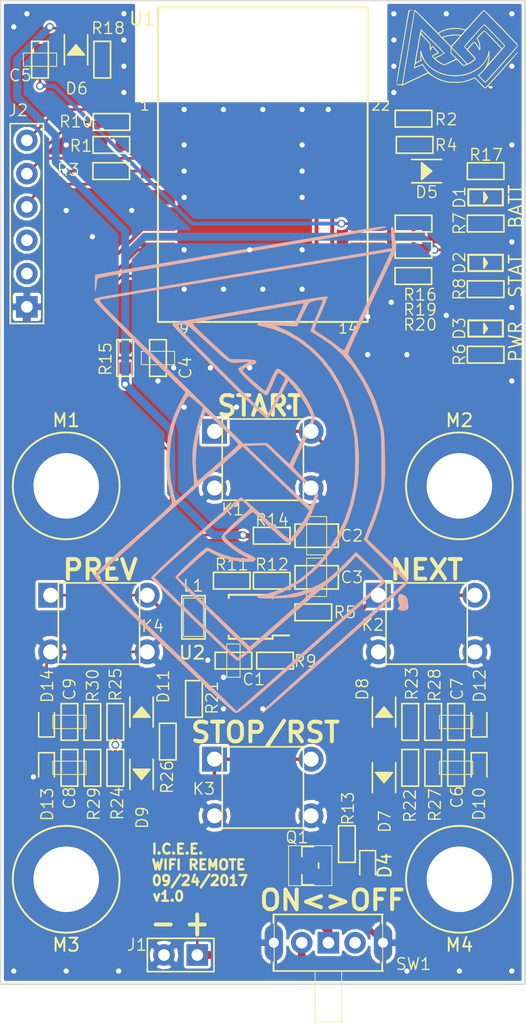
<source format=kicad_pcb>
(kicad_pcb (version 4) (host pcbnew 4.0.2+dfsg1-stable)
  (title_block (title "Wifi Remote Prototype") (date 2017-09-24) (rev 1.0) (company ICEE))
  (layers (0 F.Cu signal) (31 B.Cu signal) (34 B.Paste user) (35 F.Paste user) (36 B.SilkS user) (37 F.SilkS user) (38 B.Mask user) (39 F.Mask user) (44 Edge.Cuts user))
  (net 0 "")
  (net 1 RST)
  (net 2 GPIO0)
  (net 3 /REG_IN)
  (net 4 GNDD)
  (net 5 /3V3_OUT)
  (net 6 /ESP_VCC)
  (net 7 "Net-(D1-Pad-)")
  (net 8 +3V3)
  (net 9 "Net-(D3-Pad-)")
  (net 10 GPIO4)
  (net 11 GPIO5)
  (net 12 GPIO12)
  (net 13 GPIO13)
  (net 14 GPIO14)
  (net 15 +BATT)
  (net 16 "Net-(J2-Pad2)")
  (net 17 "Net-(J2-Pad3)")
  (net 18 FTDI_TXO)
  (net 19 FTDI_RXI)
  (net 20 FTDI_DTR)
  (net 21 "Net-(L1-Pad2)")
  (net 22 ESP_ADC)
  (net 23 "Net-(R3-Pad2)")
  (net 24 "Net-(R5-Pad1)")
  (net 25 /SWITCH_BAT)
  (net 26 GPIO2)
  (net 27 GPIO15)
  (net 28 /BTN_PWR)
  (net 29 "Net-(U1-Pad9)")
  (net 30 "Net-(U1-Pad4)")
  (net 31 "Net-(U1-Pad10)")
  (net 32 "Net-(U1-Pad11)")
  (net 33 "Net-(U1-Pad12)")
  (net 34 "Net-(U1-Pad13)")
  (net 35 "Net-(U1-Pad14)")
  (net 36 "Net-(D2-Pad-)")
  (net 37 "Net-(D5-Pad-)")
  (net 38 /SW1)
  (net 39 /SW2)
  (net 40 /SW3)
  (net 41 /SW4)
  (net 42 "Net-(R2-Pad2)")
  (net 43 "Net-(R4-Pad2)")
  (net 44 "Net-(R9-Pad1)")
  (net 45 "Net-(R11-Pad2)")
  (net 46 "Net-(Q1-Pad3)")
  (net 47 "Net-(SW1-PadA)")
  (module ICEE-IC:ESP-12F_SMT_22PIN (layer F.Cu) (at 62 75.5)
    (fp_text reference U1 (at -1.1923 0.8908) (layer F.SilkS))
    (fp_text value CONTROLLER-ESP8266 hide)
    (fp_text user 14 (at 14.5 24.5) (layer F.SilkS) (effects (font (size 0.762 0.762) (thickness 0.1))))
    (fp_text user 22 (at 17 7.5) (layer F.SilkS) (effects (font (size 0.762 0.762) (thickness 0.1))))
    (fp_text user 9 (at 2 24.5) (layer F.SilkS) (effects (font (size 0.762 0.762) (thickness 0.1))))
    (fp_text user 1 (at -1 7.5) (layer F.SilkS) (effects (font (size 0.762 0.762) (thickness 0.1))))
    (pad 9 smd rect (at 3 24) (size 1.1 2.6) (layers F.Cu F.Paste F.Mask) (net 29 "Net-(U1-Pad9)"))
    (pad 15 smd rect (at 16 22.5 90) (size 1.1 2.6) (layers F.Cu F.Paste F.Mask) (net 4 GNDD))
    (pad 1 smd rect (at 0 8.5 90) (size 1.1 2.6) (layers F.Cu F.Paste F.Mask) (net 1 RST))
    (pad 2 smd rect (at 0 10.5 90) (size 1.1 2.6) (layers F.Cu F.Paste F.Mask) (net 22 ESP_ADC))
    (pad 3 smd rect (at 0 12.5 90) (size 1.1 2.6) (layers F.Cu F.Paste F.Mask) (net 23 "Net-(R3-Pad2)"))
    (pad 4 smd rect (at 0 14.5 90) (size 1.1 2.6) (layers F.Cu F.Paste F.Mask) (net 30 "Net-(U1-Pad4)"))
    (pad 5 smd rect (at 0 16.5 90) (size 1.1 2.6) (layers F.Cu F.Paste F.Mask) (net 14 GPIO14))
    (pad 6 smd rect (at 0 18.5 90) (size 1.1 2.6) (layers F.Cu F.Paste F.Mask) (net 12 GPIO12))
    (pad 7 smd rect (at 0 20.5 90) (size 1.1 2.6) (layers F.Cu F.Paste F.Mask) (net 13 GPIO13))
    (pad 8 smd rect (at 0 22.5 90) (size 1.1 2.6) (layers F.Cu F.Paste F.Mask) (net 6 /ESP_VCC))
    (pad 16 smd rect (at 16 20.5 90) (size 1.1 2.6) (layers F.Cu F.Paste F.Mask) (net 27 GPIO15))
    (pad 17 smd rect (at 16 18.5 90) (size 1.1 2.6) (layers F.Cu F.Paste F.Mask) (net 26 GPIO2))
    (pad 18 smd rect (at 16 16.5 90) (size 1.1 2.6) (layers F.Cu F.Paste F.Mask) (net 2 GPIO0))
    (pad 19 smd rect (at 16 14.5 90) (size 1.1 2.6) (layers F.Cu F.Paste F.Mask) (net 10 GPIO4))
    (pad 20 smd rect (at 16 12.5 90) (size 1.1 2.6) (layers F.Cu F.Paste F.Mask) (net 11 GPIO5))
    (pad 21 smd rect (at 16 10.5 90) (size 1.1 2.6) (layers F.Cu F.Paste F.Mask) (net 43 "Net-(R4-Pad2)"))
    (pad 22 smd rect (at 16 8.5 90) (size 1.1 2.6) (layers F.Cu F.Paste F.Mask) (net 42 "Net-(R2-Pad2)"))
    (pad 10 smd rect (at 5 24) (size 1.1 2.6) (layers F.Cu F.Paste F.Mask) (net 31 "Net-(U1-Pad10)"))
    (pad 11 smd rect (at 7 24) (size 1.1 2.6) (layers F.Cu F.Paste F.Mask) (net 32 "Net-(U1-Pad11)"))
    (pad 12 smd rect (at 9 24) (size 1.1 2.6) (layers F.Cu F.Paste F.Mask) (net 33 "Net-(U1-Pad12)"))
    (pad 13 smd rect (at 11 24) (size 1.1 2.6) (layers F.Cu F.Paste F.Mask) (net 34 "Net-(U1-Pad13)"))
    (pad 14 smd rect (at 13 24) (size 1.1 2.6) (layers F.Cu F.Paste F.Mask) (net 35 "Net-(U1-Pad14)"))
  )
  (module SeeedOPL-Switch-2016:SW5-2.0-8.8X4.4X4.7MM-90D (layer F.Cu) (at 75.0063 146.8377 270)
    (fp_text reference SW1 (at 1.6284 -6.4871 360) (layer F.SilkS) (effects (font (size 0.889 0.889) (thickness 0.1016))))
    (fp_text value DIP-TOGGLE-SWITCH-ON-ON_3+2P-8.8X4.6MM_-90D hide)
    (pad A thru_hole circle (at 0 -2.032 270) (size 1.651 1.651) (drill 0.889) (layers *.Cu *.Paste *.Mask) (net 47 "Net-(SW1-PadA)"))
    (pad B thru_hole circle (at 0 2.032 270) (size 1.651 1.651) (drill 0.889) (layers *.Cu *.Paste *.Mask) (net 15 +BATT))
    (pad COM thru_hole rect (at 0 0 270) (size 1.651 1.651) (drill 0.889) (layers *.Cu *.Paste *.Mask) (net 46 "Net-(Q1-Pad3)"))
    (pad NC1 thru_hole oval (at 0 -4.1656) (size 1.397 2.794) (drill 0.762) (layers *.Cu *.Paste *.Mask) (net 4 GNDD))
    (pad NC2 thru_hole oval (at 0 4.1656) (size 1.397 2.794) (drill 0.762) (layers *.Cu *.Paste *.Mask) (net 4 GNDD))
  )
  (module SeeedOPL-Capacitor-2016:C0603 (layer F.Cu) (at 67.7592 125.3262 270)
    (fp_text reference C1 (at 1.4328 -1.5448 540) (layer F.SilkS) (effects (font (size 0.889 0.889) (thickness 0.1016))))
    (fp_text value CERAMIC-4.7UF-10V-10%-X5R_0603_ hide)
    (pad 1 smd rect (at 0 -0.762 180) (size 0.889 0.889) (layers F.Cu F.Paste F.Mask) (net 3 /REG_IN))
    (pad 2 smd rect (at 0 0.762 180) (size 0.889 0.889) (layers F.Cu F.Paste F.Mask) (net 4 GNDD))
  )
  (module SeeedOPL-Capacitor-2016:C0805 (layer F.Cu) (at 74.1092 118.9762 90)
    (fp_text reference C3 (at 0 2.6878 360) (layer F.SilkS) (effects (font (size 0.889 0.889) (thickness 0.1016))))
    (fp_text value CERAMIC-22UF-6.3V-20%-X5R_0805_ hide)
    (pad 1 smd rect (at 0 -0.889) (size 1.016 1.397) (layers F.Cu F.Paste F.Mask) (net 5 /3V3_OUT))
    (pad 2 smd rect (at 0 0.889) (size 1.016 1.397) (layers F.Cu F.Paste F.Mask) (net 4 GNDD))
  )
  (module SeeedOPL-Capacitor-2016:C0603 (layer F.Cu) (at 53 79.5)
    (fp_text reference C5 (at -1.5 1.2) (layer F.SilkS) (effects (font (size 0.889 0.889) (thickness 0.1016))))
    (fp_text value CERAMIC-1UF-25V-10%-X7R_0603_ hide)
    (pad 1 smd rect (at 0 -0.762 270) (size 0.889 0.889) (layers F.Cu F.Paste F.Mask) (net 1 RST))
    (pad 2 smd rect (at 0 0.762 270) (size 0.889 0.889) (layers F.Cu F.Paste F.Mask) (net 2 GPIO0))
  )
  (module SeeedOPL-Connector-2016:H6-2.54 (layer F.Cu) (at 52 92 180)
    (fp_text reference J2 (at 0.6604 8.636 360) (layer F.SilkS) (effects (font (size 0.889 0.889) (thickness 0.1016))))
    (fp_text value DIP-BLACK-MALE-HEADER_6P-2.54_ hide)
    (pad 1 thru_hole rect (at 0 -6.35 180) (size 1.651 1.651) (drill 0.889) (layers *.Cu *.Paste *.Mask) (net 4 GNDD))
    (pad 2 thru_hole circle (at 0 -3.81 180) (size 1.651 1.651) (drill 0.889) (layers *.Cu *.Paste *.Mask) (net 16 "Net-(J2-Pad2)"))
    (pad 3 thru_hole circle (at 0 -1.27 180) (size 1.651 1.651) (drill 0.889) (layers *.Cu *.Paste *.Mask) (net 17 "Net-(J2-Pad3)"))
    (pad 4 thru_hole circle (at 0 1.27 180) (size 1.651 1.651) (drill 0.889) (layers *.Cu *.Paste *.Mask) (net 18 FTDI_TXO))
    (pad 5 thru_hole circle (at 0 3.81 180) (size 1.651 1.651) (drill 0.889) (layers *.Cu *.Paste *.Mask) (net 19 FTDI_RXI))
    (pad 6 thru_hole circle (at 0 6.35 180) (size 1.651 1.651) (drill 0.889) (layers *.Cu *.Paste *.Mask) (net 20 FTDI_DTR))
  )
  (module SeeedOPL-Switch-2016:SW4-6.0X6.0X5.0MM (layer F.Cu) (at 70 110)
    (fp_text reference K1 (at -2.3 3.8) (layer F.SilkS) (effects (font (size 0.889 0.889) (thickness 0.1016))))
    (fp_text value DIP-SWITCH-TACTILE-SPST-NO_TS-1109_4P-D6.0MM_ hide)
    (pad 1 thru_hole rect (at -3.683 -2.159) (size 1.905 1.905) (drill 1.143) (layers *.Cu *.Paste *.Mask) (net 38 /SW1))
    (pad 2 thru_hole circle (at -3.683 2.159) (size 1.905 1.905) (drill 1.143) (layers *.Cu *.Paste *.Mask) (net 4 GNDD))
    (pad 3 thru_hole circle (at 3.683 2.159) (size 1.905 1.905) (drill 1.143) (layers *.Cu *.Paste *.Mask) (net 4 GNDD))
    (pad 4 thru_hole circle (at 3.683 -2.159) (size 1.905 1.905) (drill 1.143) (layers *.Cu *.Paste *.Mask) (net 38 /SW1))
  )
  (module SeeedOPL-Switch-2016:SW4-6.0X6.0X5.0MM (layer F.Cu) (at 82.5 122.5)
    (fp_text reference K2 (at -4.1 0.1) (layer F.SilkS) (effects (font (size 0.889 0.889) (thickness 0.1016))))
    (fp_text value DIP-SWITCH-TACTILE-SPST-NO_TS-1109_4P-D6.0MM_ hide)
    (pad 1 thru_hole rect (at -3.683 -2.159) (size 1.905 1.905) (drill 1.143) (layers *.Cu *.Paste *.Mask) (net 39 /SW2))
    (pad 2 thru_hole circle (at -3.683 2.159) (size 1.905 1.905) (drill 1.143) (layers *.Cu *.Paste *.Mask) (net 4 GNDD))
    (pad 3 thru_hole circle (at 3.683 2.159) (size 1.905 1.905) (drill 1.143) (layers *.Cu *.Paste *.Mask) (net 4 GNDD))
    (pad 4 thru_hole circle (at 3.683 -2.159) (size 1.905 1.905) (drill 1.143) (layers *.Cu *.Paste *.Mask) (net 39 /SW2))
  )
  (module SeeedOPL-Switch-2016:SW4-6.0X6.0X5.0MM (layer F.Cu) (at 70 135)
    (fp_text reference K3 (at -4.5 0.1) (layer F.SilkS) (effects (font (size 0.889 0.889) (thickness 0.1016))))
    (fp_text value DIP-SWITCH-TACTILE-SPST-NO_TS-1109_4P-D6.0MM_ hide)
    (pad 1 thru_hole rect (at -3.683 -2.159) (size 1.905 1.905) (drill 1.143) (layers *.Cu *.Paste *.Mask) (net 40 /SW3))
    (pad 2 thru_hole circle (at -3.683 2.159) (size 1.905 1.905) (drill 1.143) (layers *.Cu *.Paste *.Mask) (net 4 GNDD))
    (pad 3 thru_hole circle (at 3.683 2.159) (size 1.905 1.905) (drill 1.143) (layers *.Cu *.Paste *.Mask) (net 4 GNDD))
    (pad 4 thru_hole circle (at 3.683 -2.159) (size 1.905 1.905) (drill 1.143) (layers *.Cu *.Paste *.Mask) (net 40 /SW3))
  )
  (module SeeedOPL-Switch-2016:SW4-6.0X6.0X5.0MM (layer F.Cu) (at 57.5 122.5)
    (fp_text reference K4 (at 4.1 0.2) (layer F.SilkS) (effects (font (size 0.889 0.889) (thickness 0.1016))))
    (fp_text value DIP-SWITCH-TACTILE-SPST-NO_TS-1109_4P-D6.0MM_ hide)
    (pad 1 thru_hole rect (at -3.683 -2.159) (size 1.905 1.905) (drill 1.143) (layers *.Cu *.Paste *.Mask) (net 41 /SW4))
    (pad 2 thru_hole circle (at -3.683 2.159) (size 1.905 1.905) (drill 1.143) (layers *.Cu *.Paste *.Mask) (net 4 GNDD))
    (pad 3 thru_hole circle (at 3.683 2.159) (size 1.905 1.905) (drill 1.143) (layers *.Cu *.Paste *.Mask) (net 4 GNDD))
    (pad 4 thru_hole circle (at 3.683 -2.159) (size 1.905 1.905) (drill 1.143) (layers *.Cu *.Paste *.Mask) (net 41 /SW4))
  )
  (module SeeedOPL-Inductor-2016:L0805 (layer F.Cu) (at 64.7112 122.0242 90)
    (fp_text reference L1 (at 2.4153 -0.0173 180) (layer F.SilkS) (effects (font (size 0.889 0.889) (thickness 0.1016))))
    (fp_text value SMD-Inductor-4.7uH-20%-L0420 hide)
    (pad 1 smd rect (at -0.889 0 90) (size 1.016 1.397) (layers F.Cu F.Paste F.Mask) (net 3 /REG_IN))
    (pad 2 smd rect (at 0.889 0 90) (size 1.016 1.397) (layers F.Cu F.Paste F.Mask) (net 21 "Net-(L1-Pad2)"))
  )
  (module SeeedOPL-Resistor-2016:R0603 (layer F.Cu) (at 58.462 84.25 90)
    (fp_text reference R1 (at -1.8182 -2.3358 180) (layer F.SilkS) (effects (font (size 0.889 0.889) (thickness 0.1016))))
    (fp_text value SMD-RES-51K-5%-1_10W_0603_ hide)
    (pad 1 smd rect (at 0 -0.762) (size 0.889 0.889) (layers F.Cu F.Paste F.Mask) (net 15 +BATT))
    (pad 2 smd rect (at 0 0.762) (size 0.889 0.889) (layers F.Cu F.Paste F.Mask) (net 22 ESP_ADC))
  )
  (module SeeedOPL-Resistor-2016:R0603 (layer F.Cu) (at 81.5 84 270)
    (fp_text reference R2 (at 0.0616 -2.4852 360) (layer F.SilkS) (effects (font (size 0.889 0.889) (thickness 0.1016))))
    (fp_text value SMD-RES-0R-5%-1_10W_0603_ hide)
    (pad 1 smd rect (at 0 -0.762 180) (size 0.889 0.889) (layers F.Cu F.Paste F.Mask) (net 19 FTDI_RXI))
    (pad 2 smd rect (at 0 0.762 180) (size 0.889 0.889) (layers F.Cu F.Paste F.Mask) (net 42 "Net-(R2-Pad2)"))
  )
  (module SeeedOPL-Resistor-2016:R0603 (layer F.Cu) (at 58.4376 87.9986 90)
    (fp_text reference R3 (at 0.1016 -3.2766 180) (layer F.SilkS) (effects (font (size 0.889 0.889) (thickness 0.1016))))
    (fp_text value SMD-RES-10K-5%-1_10W_0603_ hide)
    (pad 1 smd rect (at 0 -0.762) (size 0.889 0.889) (layers F.Cu F.Paste F.Mask) (net 8 +3V3))
    (pad 2 smd rect (at 0 0.762) (size 0.889 0.889) (layers F.Cu F.Paste F.Mask) (net 23 "Net-(R3-Pad2)"))
  )
  (module SeeedOPL-Resistor-2016:R0603 (layer F.Cu) (at 81.5848 86 270)
    (fp_text reference R4 (at 0.0174 -2.4004 360) (layer F.SilkS) (effects (font (size 0.889 0.889) (thickness 0.1016))))
    (fp_text value SMD-RES-0R-5%-1_10W_0603_ hide)
    (pad 1 smd rect (at 0 -0.762 180) (size 0.889 0.889) (layers F.Cu F.Paste F.Mask) (net 18 FTDI_TXO))
    (pad 2 smd rect (at 0 0.762 180) (size 0.889 0.889) (layers F.Cu F.Paste F.Mask) (net 43 "Net-(R4-Pad2)"))
  )
  (module SeeedOPL-Resistor-2016:R0603 (layer F.Cu) (at 73.8552 121.6432 90)
    (fp_text reference R5 (at 0 2.413 180) (layer F.SilkS) (effects (font (size 0.889 0.889) (thickness 0.1016))))
    (fp_text value SMD-RES-10K-1%-1_10W_0603_ hide)
    (pad 1 smd rect (at 0 -0.762) (size 0.889 0.889) (layers F.Cu F.Paste F.Mask) (net 24 "Net-(R5-Pad1)"))
    (pad 2 smd rect (at 0 0.762) (size 0.889 0.889) (layers F.Cu F.Paste F.Mask) (net 3 /REG_IN))
  )
  (module SeeedOPL-Resistor-2016:R0603 (layer F.Cu) (at 87 102 270)
    (fp_text reference R6 (at 0 2 270) (layer F.SilkS) (effects (font (size 0.889 0.889) (thickness 0.1016))))
    (fp_text value SMD-RES-10R-5%-1_10W_0603_ hide)
    (pad 1 smd rect (at 0 -0.762 180) (size 0.889 0.889) (layers F.Cu F.Paste F.Mask) (net 9 "Net-(D3-Pad-)"))
    (pad 2 smd rect (at 0 0.762 180) (size 0.889 0.889) (layers F.Cu F.Paste F.Mask) (net 4 GNDD))
  )
  (module SeeedOPL-Resistor-2016:R0603 (layer F.Cu) (at 87 92 270)
    (fp_text reference R7 (at 0 2 450) (layer F.SilkS) (effects (font (size 0.889 0.889) (thickness 0.1016))))
    (fp_text value SMD-RES-10R-5%-1_10W_0603_ hide)
    (pad 1 smd rect (at 0 -0.762 180) (size 0.889 0.889) (layers F.Cu F.Paste F.Mask) (net 7 "Net-(D1-Pad-)"))
    (pad 2 smd rect (at 0 0.762 180) (size 0.889 0.889) (layers F.Cu F.Paste F.Mask) (net 19 FTDI_RXI))
  )
  (module SeeedOPL-Resistor-2016:R0603 (layer F.Cu) (at 87 97 270)
    (fp_text reference R8 (at 0 2 450) (layer F.SilkS) (effects (font (size 0.889 0.889) (thickness 0.1016))))
    (fp_text value SMD-RES-10R-5%-1_10W_0603_ hide)
    (pad 1 smd rect (at 0 -0.762 180) (size 0.889 0.889) (layers F.Cu F.Paste F.Mask) (net 36 "Net-(D2-Pad-)"))
    (pad 2 smd rect (at 0 0.762 180) (size 0.889 0.889) (layers F.Cu F.Paste F.Mask) (net 26 GPIO2))
  )
  (module SeeedOPL-Resistor-2016:R0603 (layer F.Cu) (at 70.9342 125.3262 270)
    (fp_text reference R9 (at 0.0358 -2.3068 360) (layer F.SilkS) (effects (font (size 0.889 0.889) (thickness 0.1016))))
    (fp_text value SMD-RES-10K-1%-1_10W_0603_ hide)
    (pad 1 smd rect (at 0 -0.762 180) (size 0.889 0.889) (layers F.Cu F.Paste F.Mask) (net 44 "Net-(R9-Pad1)"))
    (pad 2 smd rect (at 0 0.762 180) (size 0.889 0.889) (layers F.Cu F.Paste F.Mask) (net 3 /REG_IN))
  )
  (module SeeedOPL-Resistor-2016:R0603 (layer F.Cu) (at 58.45 86 270)
    (fp_text reference R10 (at -1.775 2.7 360) (layer F.SilkS) (effects (font (size 0.889 0.889) (thickness 0.1016))))
    (fp_text value SMD-RES-20K-1%-1_10W_0603_ hide)
    (pad 1 smd rect (at 0 -0.762 180) (size 0.889 0.889) (layers F.Cu F.Paste F.Mask) (net 22 ESP_ADC))
    (pad 2 smd rect (at 0 0.762 180) (size 0.889 0.889) (layers F.Cu F.Paste F.Mask) (net 4 GNDD))
  )
  (module SeeedOPL-Resistor-2016:R0603 (layer F.Cu) (at 67.6322 119.2302 90)
    (fp_text reference R11 (at 1.2302 0 180) (layer F.SilkS) (effects (font (size 0.889 0.889) (thickness 0.1016))))
    (fp_text value SMD-RES-150K-1%-1_10W_0603_ hide)
    (pad 1 smd rect (at 0 -0.762) (size 0.889 0.889) (layers F.Cu F.Paste F.Mask) (net 4 GNDD))
    (pad 2 smd rect (at 0 0.762) (size 0.889 0.889) (layers F.Cu F.Paste F.Mask) (net 45 "Net-(R11-Pad2)"))
  )
  (module SeeedOPL-Resistor-2016:R0603 (layer F.Cu) (at 70.6802 119.2302 270)
    (fp_text reference R12 (at -1.2302 -0.0198 360) (layer F.SilkS) (effects (font (size 0.889 0.889) (thickness 0.1016))))
    (fp_text value SMD-RES-261K-1%-1_10W_0603_ hide)
    (pad 1 smd rect (at 0 -0.762 180) (size 0.889 0.889) (layers F.Cu F.Paste F.Mask) (net 5 /3V3_OUT))
    (pad 2 smd rect (at 0 0.762 180) (size 0.889 0.889) (layers F.Cu F.Paste F.Mask) (net 45 "Net-(R11-Pad2)"))
  )
  (module SeeedOPL-Resistor-2016:R0603 (layer F.Cu) (at 76.416 139.313)
    (fp_text reference R13 (at 0.084 -2.713 90) (layer F.SilkS) (effects (font (size 0.889 0.889) (thickness 0.1016))))
    (fp_text value SMD-RES-0R-5%-1_10W_0603_ hide)
    (pad 1 smd rect (at 0 -0.762 270) (size 0.889 0.889) (layers F.Cu F.Paste F.Mask) (net 3 /REG_IN))
    (pad 2 smd rect (at 0 0.762 270) (size 0.889 0.889) (layers F.Cu F.Paste F.Mask) (net 25 /SWITCH_BAT))
  )
  (module SeeedOPL-Resistor-2016:R0603 (layer F.Cu) (at 70.6802 115.8012 90)
    (fp_text reference R14 (at 1.2012 0.0198 180) (layer F.SilkS) (effects (font (size 0.889 0.889) (thickness 0.1016))))
    (fp_text value SMD-RES-0R-5%-1_10W_0603_ hide)
    (pad 1 smd rect (at 0 -0.762) (size 0.889 0.889) (layers F.Cu F.Paste F.Mask) (net 8 +3V3))
    (pad 2 smd rect (at 0 0.762) (size 0.889 0.889) (layers F.Cu F.Paste F.Mask) (net 5 /3V3_OUT))
  )
  (module SeeedOPL-Resistor-2016:R0603 (layer F.Cu) (at 59.5 102.25)
    (fp_text reference R15 (at -1.499 0.0742 90) (layer F.SilkS) (effects (font (size 0.889 0.889) (thickness 0.1016))))
    (fp_text value SMD-RES-0R-5%-1_10W_0603_ hide)
    (pad 1 smd rect (at 0 -0.762 270) (size 0.889 0.889) (layers F.Cu F.Paste F.Mask) (net 6 /ESP_VCC))
    (pad 2 smd rect (at 0 0.762 270) (size 0.889 0.889) (layers F.Cu F.Paste F.Mask) (net 8 +3V3))
  )
  (module SeeedOPL-Resistor-2016:R0603 (layer F.Cu) (at 81.5 92 270)
    (fp_text reference R16 (at 5.422 -0.504 360) (layer F.SilkS) (effects (font (size 0.889 0.889) (thickness 0.1016))))
    (fp_text value SMD-RES-10K-5%-1_10W_0603_ hide)
    (pad 1 smd rect (at 0 -0.762 180) (size 0.889 0.889) (layers F.Cu F.Paste F.Mask) (net 8 +3V3))
    (pad 2 smd rect (at 0 0.762 180) (size 0.889 0.889) (layers F.Cu F.Paste F.Mask) (net 2 GPIO0))
  )
  (module SeeedOPL-Resistor-2016:R0603 (layer F.Cu) (at 87 88 270)
    (fp_text reference R17 (at -1.246 -0.0372 360) (layer F.SilkS) (effects (font (size 0.889 0.889) (thickness 0.1016))))
    (fp_text value SMD-RES-0R-5%-1_10W_0603_ hide)
    (pad 1 smd rect (at 0 -0.762 180) (size 0.889 0.889) (layers F.Cu F.Paste F.Mask) (net 20 FTDI_DTR))
    (pad 2 smd rect (at 0 0.762 180) (size 0.889 0.889) (layers F.Cu F.Paste F.Mask) (net 37 "Net-(D5-Pad-)"))
  )
  (module SeeedOPL-Resistor-2016:R0603 (layer F.Cu) (at 57.75 79.5)
    (fp_text reference R18 (at 0.45 -2.4 180) (layer F.SilkS) (effects (font (size 0.889 0.889) (thickness 0.1016))))
    (fp_text value SMD-RES-10K-5%-1_10W_0603_ hide)
    (pad 1 smd rect (at 0 -0.762 270) (size 0.889 0.889) (layers F.Cu F.Paste F.Mask) (net 8 +3V3))
    (pad 2 smd rect (at 0 0.762 270) (size 0.889 0.889) (layers F.Cu F.Paste F.Mask) (net 1 RST))
  )
  (module SeeedOPL-Resistor-2016:R0603 (layer F.Cu) (at 81.5 94 90)
    (fp_text reference R19 (at -4.565 0.504 360) (layer F.SilkS) (effects (font (size 0.889 0.889) (thickness 0.1016))))
    (fp_text value SMD-RES-10K-5%-1_10W_0603_ hide)
    (pad 1 smd rect (at 0 -0.762) (size 0.889 0.889) (layers F.Cu F.Paste F.Mask) (net 26 GPIO2))
    (pad 2 smd rect (at 0 0.762) (size 0.889 0.889) (layers F.Cu F.Paste F.Mask) (net 8 +3V3))
  )
  (module SeeedOPL-Resistor-2016:R0603 (layer F.Cu) (at 81.488 96 90)
    (fp_text reference R20 (at -3.708 0.516 360) (layer F.SilkS) (effects (font (size 0.889 0.889) (thickness 0.1016))))
    (fp_text value SMD-RES-10K-5%-1_10W_0603_ hide)
    (pad 1 smd rect (at 0 -0.762) (size 0.889 0.889) (layers F.Cu F.Paste F.Mask) (net 27 GPIO15))
    (pad 2 smd rect (at 0 0.762) (size 0.889 0.889) (layers F.Cu F.Paste F.Mask) (net 4 GNDD))
  )
  (module SeeedOPL-Resistor-2016:R0603 (layer F.Cu) (at 64.75 128.25 180)
    (fp_text reference R21 (at -1.379 0.094 270) (layer F.SilkS) (effects (font (size 0.889 0.889) (thickness 0.1016))))
    (fp_text value SMD-RES-0R-5%-1_10W_0603_ hide)
    (pad 1 smd rect (at 0 -0.762 90) (size 0.889 0.889) (layers F.Cu F.Paste F.Mask) (net 28 /BTN_PWR))
    (pad 2 smd rect (at 0 0.762 90) (size 0.889 0.889) (layers F.Cu F.Paste F.Mask) (net 8 +3V3))
  )
  (module SeeedOPL-Resistor-2016:R0603 (layer F.Cu) (at 81.25 133.5)
    (fp_text reference R22 (at -0.0207 2.8983 90) (layer F.SilkS) (effects (font (size 0.889 0.889) (thickness 0.1016))))
    (fp_text value SMD-RES-10K-5%-1_10W_0603_ hide)
    (pad 1 smd rect (at 0 -0.762 270) (size 0.889 0.889) (layers F.Cu F.Paste F.Mask) (net 28 /BTN_PWR))
    (pad 2 smd rect (at 0 0.762 270) (size 0.889 0.889) (layers F.Cu F.Paste F.Mask) (net 38 /SW1))
  )
  (module SeeedOPL-Resistor-2016:R0603 (layer F.Cu) (at 81.25 130 180)
    (fp_text reference R23 (at -0.119 2.9235 270) (layer F.SilkS) (effects (font (size 0.889 0.889) (thickness 0.1016))))
    (fp_text value SMD-RES-10K-5%-1_10W_0603_ hide)
    (pad 1 smd rect (at 0 -0.762 90) (size 0.889 0.889) (layers F.Cu F.Paste F.Mask) (net 28 /BTN_PWR))
    (pad 2 smd rect (at 0 0.762 90) (size 0.889 0.889) (layers F.Cu F.Paste F.Mask) (net 39 /SW2))
  )
  (module SeeedOPL-Resistor-2016:R0603 (layer F.Cu) (at 58.75 133.5)
    (fp_text reference R24 (at 0.1527 2.7205 90) (layer F.SilkS) (effects (font (size 0.889 0.889) (thickness 0.1016))))
    (fp_text value SMD-RES-10K-5%-1_10W_0603_ hide)
    (pad 1 smd rect (at 0 -0.762 270) (size 0.889 0.889) (layers F.Cu F.Paste F.Mask) (net 28 /BTN_PWR))
    (pad 2 smd rect (at 0 0.762 270) (size 0.889 0.889) (layers F.Cu F.Paste F.Mask) (net 40 /SW3))
  )
  (module SeeedOPL-Resistor-2016:R0603 (layer F.Cu) (at 58.75 130 180)
    (fp_text reference R25 (at -0.013 2.8473 270) (layer F.SilkS) (effects (font (size 0.889 0.889) (thickness 0.1016))))
    (fp_text value SMD-RES-10K-5%-1_10W_0603_ hide)
    (pad 1 smd rect (at 0 -0.762 90) (size 0.889 0.889) (layers F.Cu F.Paste F.Mask) (net 28 /BTN_PWR))
    (pad 2 smd rect (at 0 0.762 90) (size 0.889 0.889) (layers F.Cu F.Paste F.Mask) (net 41 /SW4))
  )
  (module Housings_SSOP:MSOP-8_3x3mm_Pitch0.65mm (layer F.Cu) (at 69.0772 121.9852 180)
    (fp_text reference U2 (at 4.4722 -2.7418 180) (layer F.SilkS))
    (fp_text value BOOST-MCP1642B-ADJI/MC-MSOP8 hide)
    (pad 1 smd rect (at -2.2 -0.975 180) (size 1.45 0.45) (layers F.Cu F.Paste F.Mask) (net 44 "Net-(R9-Pad1)"))
    (pad 2 smd rect (at -2.2 -0.325 180) (size 1.45 0.45) (layers F.Cu F.Paste F.Mask) (net 45 "Net-(R11-Pad2)"))
    (pad 3 smd rect (at -2.2 0.325 180) (size 1.45 0.45) (layers F.Cu F.Paste F.Mask) (net 24 "Net-(R5-Pad1)"))
    (pad 4 smd rect (at -2.2 0.975 180) (size 1.45 0.45) (layers F.Cu F.Paste F.Mask) (net 5 /3V3_OUT))
    (pad 5 smd rect (at 2.2 0.975 180) (size 1.45 0.45) (layers F.Cu F.Paste F.Mask) (net 21 "Net-(L1-Pad2)"))
    (pad 6 smd rect (at 2.2 0.325 180) (size 1.45 0.45) (layers F.Cu F.Paste F.Mask) (net 4 GNDD))
    (pad 7 smd rect (at 2.2 -0.325 180) (size 1.45 0.45) (layers F.Cu F.Paste F.Mask) (net 4 GNDD))
    (pad 8 smd rect (at 2.2 -0.975 180) (size 1.45 0.45) (layers F.Cu F.Paste F.Mask) (net 3 /REG_IN))
  )
  (module SeeedOPL-Capacitor-2016:C0805 (layer F.Cu) (at 74.1092 115.8012 90)
    (fp_text reference C2 (at 0 2.6878 360) (layer F.SilkS) (effects (font (size 0.889 0.889) (thickness 0.1016))))
    (fp_text value CERAMIC-22UF-6.3V-20%-X5R_0805_ hide)
    (pad 1 smd rect (at 0 -0.889) (size 1.016 1.397) (layers F.Cu F.Paste F.Mask) (net 5 /3V3_OUT))
    (pad 2 smd rect (at 0 0.889) (size 1.016 1.397) (layers F.Cu F.Paste F.Mask) (net 4 GNDD))
  )
  (module SeeedOPL-Capacitor-2016:C0603 (layer F.Cu) (at 62 102.25)
    (fp_text reference C4 (at 2.1 0.75 270) (layer F.SilkS) (effects (font (size 0.889 0.889) (thickness 0.1016))))
    (fp_text value CERAMIC-10UF-10V-10%-X5R_0603_ hide)
    (pad 1 smd rect (at 0 -0.762 270) (size 0.889 0.889) (layers F.Cu F.Paste F.Mask) (net 6 /ESP_VCC))
    (pad 2 smd rect (at 0 0.762 270) (size 0.889 0.889) (layers F.Cu F.Paste F.Mask) (net 4 GNDD))
  )
  (module SeeedOPL-Resistor-2016:R0603 (layer F.Cu) (at 62.75 131.5 180)
    (fp_text reference R26 (at 0.05 -2.7 270) (layer F.SilkS) (effects (font (size 0.889 0.889) (thickness 0.1016))))
    (fp_text value SMD-RES-10K-5%-1_10W_0603_ hide)
    (pad 1 smd rect (at 0 -0.762 90) (size 0.889 0.889) (layers F.Cu F.Paste F.Mask) (net 28 /BTN_PWR))
    (pad 2 smd rect (at 0 0.762 90) (size 0.889 0.889) (layers F.Cu F.Paste F.Mask) (net 13 GPIO13))
  )
  (module SeeedOPL-Capacitor-2016:C0603 (layer F.Cu) (at 84.75 133.5 180)
    (fp_text reference C6 (at -0.0607 -2.2379 450) (layer F.SilkS) (effects (font (size 0.889 0.889) (thickness 0.1016))))
    (fp_text value CERAMIC-100NF-50V-10%-X7R_0603_ hide)
    (pad 1 smd rect (at 0 -0.762 90) (size 0.889 0.889) (layers F.Cu F.Paste F.Mask) (net 4 GNDD))
    (pad 2 smd rect (at 0 0.762 90) (size 0.889 0.889) (layers F.Cu F.Paste F.Mask) (net 10 GPIO4))
  )
  (module SeeedOPL-Capacitor-2016:C0603 (layer F.Cu) (at 84.75 130)
    (fp_text reference C7 (at 0.0734 -2.5044 270) (layer F.SilkS) (effects (font (size 0.889 0.889) (thickness 0.1016))))
    (fp_text value CERAMIC-100NF-50V-10%-X7R_0603_ hide)
    (pad 1 smd rect (at 0 -0.762 270) (size 0.889 0.889) (layers F.Cu F.Paste F.Mask) (net 4 GNDD))
    (pad 2 smd rect (at 0 0.762 270) (size 0.889 0.889) (layers F.Cu F.Paste F.Mask) (net 11 GPIO5))
  )
  (module SeeedOPL-Capacitor-2016:C0603 (layer F.Cu) (at 55.25 133.5 180)
    (fp_text reference C8 (at 0.0049 -2.3014 450) (layer F.SilkS) (effects (font (size 0.889 0.889) (thickness 0.1016))))
    (fp_text value CERAMIC-100NF-50V-10%-X7R_0603_ hide)
    (pad 1 smd rect (at 0 -0.762 90) (size 0.889 0.889) (layers F.Cu F.Paste F.Mask) (net 4 GNDD))
    (pad 2 smd rect (at 0 0.762 90) (size 0.889 0.889) (layers F.Cu F.Paste F.Mask) (net 14 GPIO14))
  )
  (module SeeedOPL-Capacitor-2016:C0603 (layer F.Cu) (at 55.25 130)
    (fp_text reference C9 (at 0 -2.5 270) (layer F.SilkS) (effects (font (size 0.889 0.889) (thickness 0.1016))))
    (fp_text value CERAMIC-100NF-50V-10%-X7R_0603_ hide)
    (pad 1 smd rect (at 0 -0.762 270) (size 0.889 0.889) (layers F.Cu F.Paste F.Mask) (net 4 GNDD))
    (pad 2 smd rect (at 0 0.762 270) (size 0.889 0.889) (layers F.Cu F.Paste F.Mask) (net 12 GPIO12))
  )
  (module SeeedOPL-Transistor-2016:SOT-23 (layer F.Cu) (at 73.622 140.964 90)
    (fp_text reference Q1 (at 2.159 -1.016 180) (layer F.SilkS) (effects (font (size 0.889 0.889) (thickness 0.1016))))
    (fp_text value SMD-MOSFET-P-CH-20V-2A-FDN340P_SOT-23_ hide)
    (pad 1 smd rect (at -0.889 1.016 270) (size 1.016 1.143) (layers F.Cu F.Paste F.Mask) (net 4 GNDD))
    (pad 2 smd rect (at 0.889 1.016 90) (size 1.016 1.143) (layers F.Cu F.Paste F.Mask) (net 25 /SWITCH_BAT))
    (pad 3 smd rect (at 0 -1.016 90) (size 1.016 1.143) (layers F.Cu F.Paste F.Mask) (net 46 "Net-(Q1-Pad3)"))
  )
  (module SeeedOPL-Resistor-2016:R0603 (layer F.Cu) (at 83 133.5)
    (fp_text reference R27 (at 0.1343 2.8348 90) (layer F.SilkS) (effects (font (size 0.889 0.889) (thickness 0.1016))))
    (fp_text value SMD-RES-200R-5%-1_10W_0603_ hide)
    (pad 1 smd rect (at 0 -0.762 270) (size 0.889 0.889) (layers F.Cu F.Paste F.Mask) (net 10 GPIO4))
    (pad 2 smd rect (at 0 0.762 270) (size 0.889 0.889) (layers F.Cu F.Paste F.Mask) (net 38 /SW1))
  )
  (module SeeedOPL-Resistor-2016:R0603 (layer F.Cu) (at 83 130 180)
    (fp_text reference R28 (at -0.1089 2.8092 270) (layer F.SilkS) (effects (font (size 0.889 0.889) (thickness 0.1016))))
    (fp_text value SMD-RES-200R-5%-1_10W_0603_ hide)
    (pad 1 smd rect (at 0 -0.762 90) (size 0.889 0.889) (layers F.Cu F.Paste F.Mask) (net 11 GPIO5))
    (pad 2 smd rect (at 0 0.762 90) (size 0.889 0.889) (layers F.Cu F.Paste F.Mask) (net 39 /SW2))
  )
  (module SeeedOPL-Resistor-2016:R0603 (layer F.Cu) (at 57 133.5)
    (fp_text reference R29 (at 0.112 2.7586 90) (layer F.SilkS) (effects (font (size 0.889 0.889) (thickness 0.1016))))
    (fp_text value SMD-RES-200R-5%-1_10W_0603_ hide)
    (pad 1 smd rect (at 0 -0.762 270) (size 0.889 0.889) (layers F.Cu F.Paste F.Mask) (net 14 GPIO14))
    (pad 2 smd rect (at 0 0.762 270) (size 0.889 0.889) (layers F.Cu F.Paste F.Mask) (net 40 /SW3))
  )
  (module SeeedOPL-Resistor-2016:R0603 (layer F.Cu) (at 57 130 180)
    (fp_text reference R30 (at -0.0231 2.7711 270) (layer F.SilkS) (effects (font (size 0.889 0.889) (thickness 0.1016))))
    (fp_text value SMD-RES-200R-5%-1_10W_0603_ hide)
    (pad 1 smd rect (at 0 -0.762 90) (size 0.889 0.889) (layers F.Cu F.Paste F.Mask) (net 12 GPIO12))
    (pad 2 smd rect (at 0 0.762 90) (size 0.889 0.889) (layers F.Cu F.Paste F.Mask) (net 41 /SW4))
  )
  (module ICEE-Mechanical:mounting_panhead6_5mm (layer F.Cu) (at 55 112)
    (fp_text reference M1 (at 0 -5) (layer F.SilkS))
    (fp_text value Mechanical_Mount hide)
    (pad 1 thru_hole circle (at 0 0) (size 8 8) (drill 5) (layers *.Cu *.Mask) (net 4 GNDD))
  )
  (module ICEE-Mechanical:mounting_panhead6_5mm (layer F.Cu) (at 85 112)
    (fp_text reference M2 (at 0 -5) (layer F.SilkS))
    (fp_text value Mechanical_Mount hide)
    (pad 1 thru_hole circle (at 0 0) (size 8 8) (drill 5) (layers *.Cu *.Mask) (net 4 GNDD))
  )
  (module ICEE-Mechanical:mounting_panhead6_5mm (layer F.Cu) (at 55 142)
    (fp_text reference M3 (at 0 5) (layer F.SilkS))
    (fp_text value Mechanical_Mount hide)
    (pad 1 thru_hole circle (at 0 0) (size 8 8) (drill 5) (layers *.Cu *.Mask) (net 4 GNDD))
  )
  (module ICEE-Mechanical:mounting_panhead6_5mm (layer F.Cu) (at 85 142)
    (fp_text reference M4 (at 0 5) (layer F.SilkS))
    (fp_text value Mechanical_Mount hide)
    (pad 1 thru_hole circle (at 0 0) (size 8 8) (drill 5) (layers *.Cu *.Mask) (net 4 GNDD))
  )
  (module ICEE-Diode:SOD-523 (layer F.Cu) (at 78 140.964 270)
    (fp_text reference D4 (at 0 -1.3 270) (layer F.SilkS))
    (fp_text value SMD-Diode-TVS-3.3VMW-15V-SOD-523 hide)
    (pad 2 smd rect (at 0.7 0 90) (size 0.6 0.7) (layers F.Cu F.Paste F.Mask) (net 4 GNDD))
    (pad 1 smd rect (at -0.7 0 90) (size 0.6 0.7) (layers F.Cu F.Paste F.Mask) (net 25 /SWITCH_BAT))
  )
  (module ICEE-Diode:SOD-523 (layer F.Cu) (at 86.5 133.5 270)
    (fp_text reference D10 (at 2.75 0 270) (layer F.SilkS) (effects (font (size 0.889 0.889) (thickness 0.1016))))
    (fp_text value SMD-Diode-TVS-3.3VMW-15V-SOD-523 hide)
    (pad 2 smd rect (at 0.7 0 90) (size 0.6 0.7) (layers F.Cu F.Paste F.Mask) (net 4 GNDD))
    (pad 1 smd rect (at -0.7 0 90) (size 0.6 0.7) (layers F.Cu F.Paste F.Mask) (net 10 GPIO4))
  )
  (module ICEE-Diode:SOD-523 (layer F.Cu) (at 86.5 130 90)
    (fp_text reference D12 (at 2.75 0.05 90) (layer F.SilkS) (effects (font (size 0.889 0.889) (thickness 0.1016))))
    (fp_text value SMD-Diode-TVS-3.3VMW-15V-SOD-523 hide)
    (pad 2 smd rect (at 0.7 0 270) (size 0.6 0.7) (layers F.Cu F.Paste F.Mask) (net 4 GNDD))
    (pad 1 smd rect (at -0.7 0 270) (size 0.6 0.7) (layers F.Cu F.Paste F.Mask) (net 11 GPIO5))
  )
  (module ICEE-Diode:SOD-523 (layer F.Cu) (at 53.5 133.5 270)
    (fp_text reference D13 (at 2.784 -0.056 270) (layer F.SilkS) (effects (font (size 0.889 0.889) (thickness 0.1016))))
    (fp_text value SMD-Diode-TVS-3.3VMW-15V-SOD-523 hide)
    (pad 2 smd rect (at 0.7 0 90) (size 0.6 0.7) (layers F.Cu F.Paste F.Mask) (net 4 GNDD))
    (pad 1 smd rect (at -0.7 0 90) (size 0.6 0.7) (layers F.Cu F.Paste F.Mask) (net 14 GPIO14))
  )
  (module ICEE-Diode:SOD-523 (layer F.Cu) (at 53.5 130 90)
    (fp_text reference D14 (at 2.733 0.056 90) (layer F.SilkS) (effects (font (size 0.889 0.889) (thickness 0.1016))))
    (fp_text value SMD-Diode-TVS-3.3VMW-15V-SOD-523 hide)
    (pad 2 smd rect (at 0.7 0 270) (size 0.6 0.7) (layers F.Cu F.Paste F.Mask) (net 4 GNDD))
    (pad 1 smd rect (at -0.7 0 270) (size 0.6 0.7) (layers F.Cu F.Paste F.Mask) (net 12 GPIO12))
  )
  (module ICEE-Connector:header_1x2 (layer F.Cu) (at 63.73124 147.77496 270)
    (fp_text reference J1 (at -0.77496 3.33124 360) (layer F.SilkS) (effects (font (size 0.889 0.889) (thickness 0.1016))))
    (fp_text value 2AA_Battery hide)
    (pad 1 thru_hole rect (at 0 -1.27 270) (size 1.651 1.651) (drill 0.889) (layers *.Cu *.Paste *.Mask) (net 15 +BATT))
    (pad 2 thru_hole circle (at 0 1.27 270) (size 1.651 1.651) (drill 0.889) (layers *.Cu *.Paste *.Mask) (net 4 GNDD))
  )
  (module SeeedOPL-Diode-2016:SOD-123 (layer F.Cu) (at 82.5 88)
    (fp_text reference D5 (at 0 1.6) (layer F.SilkS) (effects (font (size 0.889 0.889) (thickness 0.1016))))
    (fp_text value SMD-DIODE-SCHOTTKY-20V-1A_SOD-123_ hide)
    (pad + smd rect (at -1.651 0 180) (size 1.397 1.397) (layers F.Cu F.Paste F.Mask) (net 2 GPIO0))
    (pad - smd rect (at 1.651 0 180) (size 1.397 1.397) (layers F.Cu F.Paste F.Mask) (net 37 "Net-(D5-Pad-)"))
  )
  (module SeeedOPL-Diode-2016:SOD-123 (layer F.Cu) (at 55.75 78.75 90)
    (fp_text reference D6 (at -2.95 0.05 180) (layer F.SilkS) (effects (font (size 0.889 0.889) (thickness 0.1016))))
    (fp_text value SMD-DIODE-SCHOTTKY-20V-1A_SOD-123_ hide)
    (pad + smd rect (at -1.651 0 270) (size 1.397 1.397) (layers F.Cu F.Paste F.Mask) (net 1 RST))
    (pad - smd rect (at 1.651 0 270) (size 1.397 1.397) (layers F.Cu F.Paste F.Mask) (net 8 +3V3))
  )
  (module SeeedOPL-Diode-2016:SOD-123 (layer F.Cu) (at 79.25 134.25 270)
    (fp_text reference D7 (at 3.35 -0.05 270) (layer F.SilkS) (effects (font (size 0.889 0.889) (thickness 0.1016))))
    (fp_text value SMD-DIODE-SCHOTTKY-20V-1A_SOD-123_ hide)
    (pad + smd rect (at -1.651 0 90) (size 1.397 1.397) (layers F.Cu F.Paste F.Mask) (net 13 GPIO13))
    (pad - smd rect (at 1.651 0 90) (size 1.397 1.397) (layers F.Cu F.Paste F.Mask) (net 38 /SW1))
  )
  (module SeeedOPL-Diode-2016:SOD-123 (layer F.Cu) (at 79.25 129.25 90)
    (fp_text reference D8 (at 1.75 -1.65 90) (layer F.SilkS) (effects (font (size 0.889 0.889) (thickness 0.1016))))
    (fp_text value SMD-DIODE-SCHOTTKY-20V-1A_SOD-123_ hide)
    (pad + smd rect (at -1.651 0 270) (size 1.397 1.397) (layers F.Cu F.Paste F.Mask) (net 13 GPIO13))
    (pad - smd rect (at 1.651 0 270) (size 1.397 1.397) (layers F.Cu F.Paste F.Mask) (net 39 /SW2))
  )
  (module SeeedOPL-Diode-2016:SOD-123 (layer F.Cu) (at 60.75 134 270)
    (fp_text reference D9 (at 3.3 -0.05 270) (layer F.SilkS) (effects (font (size 0.889 0.889) (thickness 0.1016))))
    (fp_text value SMD-DIODE-SCHOTTKY-20V-1A_SOD-123_ hide)
    (pad + smd rect (at -1.651 0 90) (size 1.397 1.397) (layers F.Cu F.Paste F.Mask) (net 13 GPIO13))
    (pad - smd rect (at 1.651 0 90) (size 1.397 1.397) (layers F.Cu F.Paste F.Mask) (net 40 /SW3))
  )
  (module SeeedOPL-Diode-2016:SOD-123 (layer F.Cu) (at 60.75 129.25 90)
    (fp_text reference D11 (at 1.95 1.65 90) (layer F.SilkS) (effects (font (size 0.889 0.889) (thickness 0.1016))))
    (fp_text value SMD-DIODE-SCHOTTKY-20V-1A_SOD-123_ hide)
    (pad + smd rect (at -1.651 0 270) (size 1.397 1.397) (layers F.Cu F.Paste F.Mask) (net 13 GPIO13))
    (pad - smd rect (at 1.651 0 270) (size 1.397 1.397) (layers F.Cu F.Paste F.Mask) (net 41 /SW4))
  )
  (module SeeedOPL-LED-2016:LED-0603 (layer F.Cu) (at 87 95)
    (fp_text reference D2 (at -2 0 90) (layer F.SilkS) (effects (font (size 0.889 0.889) (thickness 0.1016))))
    (fp_text value SMD-LED-CLEAR-BLUE_0603_ hide)
    (pad + smd rect (at -0.762 0) (size 0.762 0.889) (layers F.Cu F.Paste F.Mask) (net 8 +3V3))
    (pad - smd rect (at 0.762 0) (size 0.762 0.889) (layers F.Cu F.Paste F.Mask) (net 36 "Net-(D2-Pad-)"))
  )
  (module SeeedOPL-LED-2016:LED-0603 (layer F.Cu) (at 87 100)
    (fp_text reference D3 (at -2 0 90) (layer F.SilkS) (effects (font (size 0.889 0.889) (thickness 0.1016))))
    (fp_text value SMD-LED-CLEAR-GREEN_0603_ hide)
    (pad + smd rect (at -0.762 0) (size 0.762 0.889) (layers F.Cu F.Paste F.Mask) (net 8 +3V3))
    (pad - smd rect (at 0.762 0) (size 0.762 0.889) (layers F.Cu F.Paste F.Mask) (net 9 "Net-(D3-Pad-)"))
  )
  (module SeeedOPL-LED-2016:LED-0603 (layer F.Cu) (at 87 90)
    (fp_text reference D1 (at -2 0 90) (layer F.SilkS) (effects (font (size 0.889 0.889) (thickness 0.1016))))
    (fp_text value LED-SMD-RED-DIFFUSED_0603_ hide)
    (pad + smd rect (at -0.762 0) (size 0.762 0.889) (layers F.Cu F.Paste F.Mask) (net 8 +3V3))
    (pad - smd rect (at 0.762 0) (size 0.762 0.889) (layers F.Cu F.Paste F.Mask) (net 7 "Net-(D1-Pad-)"))
  )
  (module ICEE-Logos:FTC_Logo_Outline_BW_Large (layer B.Cu) (at 69.1 110.6 270)
    (fp_text reference G*** hide)
    (fp_text value LOGO hide)
  )
  (module ICEE-Logos:FTC_Logo_Outline_BW_0R5IN (layer F.Cu) (at 84.8 78.7)
    (fp_text reference G*** hide)
    (fp_text value LOGO hide)
  )
  (gr_text 09/24/2017 (at 65.2 142.1) (layer F.SilkS) (effects (font (size 0.75 0.75) (thickness 0.1875))))
  (gr_text v1.0 (at 62.8 143.3) (layer F.SilkS) (effects (font (size 0.75 0.75) (thickness 0.1875))))
  (gr_text "WIFI REMOTE" (at 65.1 140.9) (layer F.SilkS) (effects (font (size 0.75 0.75) (thickness 0.1875))))
  (gr_text I.C.E.E. (at 63.5 139.7) (layer F.SilkS) (effects (font (size 0.75 0.75) (thickness 0.1875))))
  (gr_text BATT (at 89.3 90.7 90) (layer F.SilkS) (effects (font (size 1 1) (thickness 0.125))))
  (gr_text STAT (at 89.3 96 90) (layer F.SilkS) (effects (font (size 1 1) (thickness 0.125))))
  (gr_text PWR (at 89.3 101 90) (layer F.SilkS) (effects (font (size 1 1) (thickness 0.125))))
  (gr_text + (at 65 145.3) (layer F.SilkS) (effects (font (size 2 1.5) (thickness 0.3))))
  (gr_text - (at 62.4 145.3) (layer F.SilkS) (effects (font (size 2 1.5) (thickness 0.3))))
  (gr_text STOP/RST (at 70.2 130.8) (layer F.SilkS) (effects (font (size 1.5 1.5) (thickness 0.3))))
  (gr_text NEXT (at 82.5 118.4) (layer F.SilkS) (effects (font (size 1.5 1.5) (thickness 0.3))))
  (gr_text PREV (at 57.6 118.4) (layer F.SilkS) (effects (font (size 1.5 1.5) (thickness 0.3))))
  (gr_text START (at 69.8 105.9) (layer F.SilkS) (effects (font (size 1.5 1.5) (thickness 0.3))))
  (gr_text ON<>OFF (at 75.3 143.6) (layer F.SilkS) (effects (font (size 1.5 1.5) (thickness 0.3))))
  (gr_line (start 50 75) (end 50 150) (layer Edge.Cuts) (width 0.1))
  (gr_line (start 90 75) (end 50 75) (layer Edge.Cuts) (width 0.1))
  (gr_line (start 90 150) (end 90 75) (layer Edge.Cuts) (width 0.1))
  (gr_line (start 50 150) (end 90 150) (layer Edge.Cuts) (width 0.1))
  (segment (start 57.75 80.262) (end 57.75 81.95) (width 0.2) (layer F.Cu) (net 1))
  (segment (start 57.75 81.95) (end 58.6 82.8) (width 0.2) (layer F.Cu) (net 1))
  (segment (start 58.6 82.8) (end 59.8 82.8) (width 0.2) (layer F.Cu) (net 1))
  (segment (start 59.8 82.8) (end 61 84) (width 0.2) (layer F.Cu) (net 1))
  (segment (start 61 84) (end 62 84) (width 0.2) (layer F.Cu) (net 1))
  (segment (start 55.75 80.401) (end 55.75 79.5025) (width 0.2) (layer F.Cu) (net 1))
  (segment (start 55.75 79.5025) (end 54.9855 78.738) (width 0.2) (layer F.Cu) (net 1))
  (segment (start 54.9855 78.738) (end 53.6445 78.738) (width 0.2) (layer F.Cu) (net 1))
  (segment (start 53.6445 78.738) (end 53 78.738) (width 0.2) (layer F.Cu) (net 1))
  (segment (start 57.75 80.262) (end 55.889 80.262) (width 0.2) (layer F.Cu) (net 1))
  (segment (start 55.889 80.262) (end 55.75 80.401) (width 0.2) (layer F.Cu) (net 1))
  (segment (start 53 81.5) (end 54.1 81.5) (width 0.3) (layer B.Cu) (net 2))
  (segment (start 54.1 81.5) (end 64.6 92) (width 0.3) (layer B.Cu) (net 2))
  (segment (start 64.6 92) (end 75.575736 92) (width 0.3) (layer B.Cu) (net 2))
  (segment (start 75.575736 92) (end 76 92) (width 0.3) (layer B.Cu) (net 2))
  (segment (start 53 80.262) (end 53 81.5) (width 0.2) (layer F.Cu) (net 2))
  (via (at 53 81.5) (size 0.6) (drill 0.4) (layers F.Cu B.Cu) (net 2))
  (segment (start 78 92) (end 76 92) (width 0.2) (layer F.Cu) (net 2))
  (via (at 76 92) (size 0.6) (drill 0.4) (layers F.Cu B.Cu) (net 2))
  (segment (start 80.738 92) (end 78 92) (width 0.2) (layer F.Cu) (net 2))
  (segment (start 80.849 88) (end 80.849 91.889) (width 0.2) (layer F.Cu) (net 2))
  (segment (start 80.849 91.889) (end 80.738 92) (width 0.2) (layer F.Cu) (net 2))
  (segment (start 70.1722 125.3262) (end 70.1722 126.4222) (width 0.6) (layer F.Cu) (net 3))
  (segment (start 70.1722 126.4222) (end 76.416 132.666) (width 0.6) (layer F.Cu) (net 3))
  (segment (start 76.416 132.666) (end 76.416 138.551) (width 0.6) (layer F.Cu) (net 3))
  (segment (start 74.6172 121.6432) (end 74.6172 122.4877) (width 0.4) (layer F.Cu) (net 3))
  (segment (start 74.6172 122.4877) (end 73.25 123.8549) (width 0.4) (layer F.Cu) (net 3))
  (segment (start 73.25 123.8549) (end 73.25 125.381402) (width 0.4) (layer F.Cu) (net 3))
  (segment (start 73.25 125.381402) (end 72 126.631402) (width 0.4) (layer F.Cu) (net 3))
  (segment (start 70.631402 126.631402) (end 70.1722 126.1722) (width 0.4) (layer F.Cu) (net 3))
  (segment (start 72 126.631402) (end 70.631402 126.631402) (width 0.4) (layer F.Cu) (net 3))
  (segment (start 70.1722 126.1722) (end 70.1722 125.3262) (width 0.4) (layer F.Cu) (net 3))
  (segment (start 64.7112 122.9132) (end 64.833201 123.035201) (width 0.6) (layer F.Cu) (net 3))
  (segment (start 64.833201 123.035201) (end 67.274701 123.035201) (width 0.6) (layer F.Cu) (net 3))
  (segment (start 68.5212 124.2817) (end 68.5212 125.3262) (width 0.6) (layer F.Cu) (net 3))
  (segment (start 67.274701 123.035201) (end 68.5212 124.2817) (width 0.6) (layer F.Cu) (net 3))
  (segment (start 70.1722 125.3262) (end 68.5212 125.3262) (width 0.6) (layer F.Cu) (net 3))
  (segment (start 70 97) (end 73 97) (width 0.2) (layer B.Cu) (net 4))
  (via (at 73 97) (size 0.6) (drill 0.4) (layers F.Cu B.Cu) (net 4))
  (segment (start 67 97) (end 70 97) (width 0.2) (layer B.Cu) (net 4))
  (via (at 70 97) (size 0.6) (drill 0.4) (layers F.Cu B.Cu) (net 4))
  (segment (start 64 97) (end 67 97) (width 0.2) (layer F.Cu) (net 4))
  (via (at 67 97) (size 0.6) (drill 0.4) (layers F.Cu B.Cu) (net 4))
  (segment (start 64 94) (end 64 97) (width 0.2) (layer B.Cu) (net 4))
  (via (at 64 97) (size 0.6) (drill 0.4) (layers F.Cu B.Cu) (net 4))
  (segment (start 85 149) (end 81 149) (width 0.25) (layer F.Cu) (net 4))
  (via (at 81 149) (size 0.6) (drill 0.4) (layers F.Cu B.Cu) (net 4))
  (segment (start 89 149) (end 85 149) (width 0.2) (layer B.Cu) (net 4))
  (via (at 85 149) (size 0.6) (drill 0.4) (layers F.Cu B.Cu) (net 4))
  (segment (start 89 148.575736) (end 89 149) (width 0.2) (layer F.Cu) (net 4))
  (segment (start 85 140) (end 89 144) (width 0.2) (layer F.Cu) (net 4))
  (segment (start 89 144) (end 89 148.575736) (width 0.2) (layer F.Cu) (net 4))
  (via (at 89 149) (size 0.6) (drill 0.4) (layers F.Cu B.Cu) (net 4))
  (segment (start 55 149.000006) (end 58.999994 149.000006) (width 0.25) (layer F.Cu) (net 4))
  (segment (start 58.999994 149.000006) (end 59 149) (width 0.25) (layer F.Cu) (net 4))
  (via (at 59 149) (size 0.6) (drill 0.4) (layers F.Cu B.Cu) (net 4))
  (segment (start 54.999994 149) (end 55 149.000006) (width 0.2) (layer B.Cu) (net 4))
  (segment (start 51 149) (end 54.999994 149) (width 0.2) (layer B.Cu) (net 4))
  (via (at 55 149.000006) (size 0.6) (drill 0.4) (layers F.Cu B.Cu) (net 4))
  (segment (start 51 148.575736) (end 51 149) (width 0.2) (layer F.Cu) (net 4))
  (segment (start 51 144) (end 51 148.575736) (width 0.2) (layer F.Cu) (net 4))
  (segment (start 55 140) (end 51 144) (width 0.2) (layer F.Cu) (net 4))
  (via (at 51 149) (size 0.6) (drill 0.4) (layers F.Cu B.Cu) (net 4))
  (segment (start 78 141.664) (end 78 145.6658) (width 0.4) (layer F.Cu) (net 4))
  (segment (start 78 145.6658) (end 79.1719 146.8377) (width 0.4) (layer F.Cu) (net 4))
  (segment (start 78 141.664) (end 83.336 141.664) (width 0.4) (layer F.Cu) (net 4))
  (segment (start 83.336 141.664) (end 85 140) (width 0.4) (layer F.Cu) (net 4))
  (segment (start 78 141.664) (end 74.827 141.664) (width 0.4) (layer F.Cu) (net 4))
  (segment (start 74.827 141.664) (end 74.638 141.853) (width 0.4) (layer F.Cu) (net 4))
  (segment (start 59.4 82) (end 59.4 82.2) (width 0.2) (layer B.Cu) (net 4))
  (segment (start 59.4 82.2) (end 60.4 83.2) (width 0.2) (layer B.Cu) (net 4))
  (segment (start 60.4 83.2) (end 63.8 83.2) (width 0.2) (layer B.Cu) (net 4))
  (segment (start 63.8 83.2) (end 64 83.4) (width 0.2) (layer B.Cu) (net 4))
  (segment (start 89 98.4) (end 89 104) (width 0.2) (layer F.Cu) (net 4))
  (via (at 89 104) (size 0.6) (drill 0.4) (layers F.Cu B.Cu) (net 4))
  (segment (start 63.424264 91) (end 60 91) (width 0.2) (layer F.Cu) (net 4))
  (segment (start 55 91) (end 60 91) (width 0.2) (layer F.Cu) (net 4))
  (via (at 60 91) (size 0.6) (drill 0.4) (layers F.Cu B.Cu) (net 4))
  (segment (start 55 91) (end 57 93) (width 0.2) (layer B.Cu) (net 4))
  (via (at 57 93) (size 0.6) (drill 0.4) (layers F.Cu B.Cu) (net 4))
  (segment (start 52 76) (end 51 77) (width 0.2) (layer F.Cu) (net 4))
  (via (at 51 77) (size 0.6) (drill 0.4) (layers F.Cu B.Cu) (net 4))
  (segment (start 59.4 76) (end 52 76) (width 0.2) (layer B.Cu) (net 4))
  (via (at 52 76) (size 0.6) (drill 0.4) (layers F.Cu B.Cu) (net 4))
  (via (at 59.4 82) (size 0.6) (drill 0.4) (layers F.Cu B.Cu) (net 4))
  (segment (start 59.4 80) (end 59.4 82) (width 0.2) (layer F.Cu) (net 4))
  (via (at 64 83.299994) (size 0.6) (drill 0.4) (layers F.Cu B.Cu) (net 4))
  (segment (start 64 83.3) (end 64 83.4) (width 0.2) (layer B.Cu) (net 4))
  (segment (start 64 83.4) (end 64 86) (width 0.2) (layer B.Cu) (net 4))
  (via (at 59.4 80) (size 0.6) (drill 0.4) (layers F.Cu B.Cu) (net 4))
  (segment (start 59.4 82.2) (end 59.4 80) (width 0.2) (layer B.Cu) (net 4))
  (segment (start 59.4 77.999994) (end 59.4 80) (width 0.2) (layer F.Cu) (net 4))
  (segment (start 59.4 76) (end 59.4 77.999994) (width 0.2) (layer B.Cu) (net 4))
  (via (at 59.4 77.999994) (size 0.6) (drill 0.4) (layers F.Cu B.Cu) (net 4))
  (segment (start 68 106) (end 64 106) (width 0.2) (layer B.Cu) (net 4))
  (via (at 64 106) (size 0.6) (drill 0.4) (layers F.Cu B.Cu) (net 4))
  (segment (start 72 106) (end 68 106) (width 0.2) (layer F.Cu) (net 4))
  (via (at 68 106) (size 0.6) (drill 0.4) (layers F.Cu B.Cu) (net 4))
  (segment (start 69 103) (end 72 106) (width 0.2) (layer B.Cu) (net 4))
  (via (at 72 106) (size 0.6) (drill 0.4) (layers F.Cu B.Cu) (net 4))
  (segment (start 66 103) (end 69 103) (width 0.2) (layer F.Cu) (net 4))
  (via (at 69 103) (size 0.6) (drill 0.4) (layers F.Cu B.Cu) (net 4))
  (segment (start 63.200002 103) (end 66 103) (width 0.2) (layer B.Cu) (net 4))
  (via (at 66 103) (size 0.6) (drill 0.4) (layers F.Cu B.Cu) (net 4))
  (segment (start 63.188002 103.012) (end 63.200002 103) (width 0.2) (layer F.Cu) (net 4))
  (segment (start 62 103.012) (end 63.188002 103.012) (width 0.2) (layer F.Cu) (net 4))
  (via (at 63.200002 103) (size 0.6) (drill 0.4) (layers F.Cu B.Cu) (net 4))
  (segment (start 62 103.012) (end 62 104) (width 0.2) (layer F.Cu) (net 4))
  (via (at 62 104) (size 0.6) (drill 0.4) (layers F.Cu B.Cu) (net 4))
  (segment (start 81 102) (end 84 99) (width 0.2) (layer F.Cu) (net 4))
  (via (at 84 99) (size 0.6) (drill 0.4) (layers F.Cu B.Cu) (net 4))
  (segment (start 78 102) (end 81 102) (width 0.2) (layer B.Cu) (net 4))
  (via (at 81 102) (size 0.6) (drill 0.4) (layers F.Cu B.Cu) (net 4))
  (segment (start 78 99.1) (end 78 102) (width 0.2) (layer F.Cu) (net 4))
  (via (at 78 102) (size 0.6) (drill 0.4) (layers F.Cu B.Cu) (net 4))
  (segment (start 89 93.4) (end 89 98.4) (width 0.2) (layer F.Cu) (net 4))
  (via (at 89 98.4) (size 0.6) (drill 0.4) (layers F.Cu B.Cu) (net 4))
  (segment (start 89 86) (end 89 93.4) (width 0.2) (layer F.Cu) (net 4))
  (via (at 89 93.4) (size 0.6) (drill 0.4) (layers F.Cu B.Cu) (net 4))
  (segment (start 89 86) (end 89 80.000001) (width 0.2) (layer B.Cu) (net 4))
  (segment (start 89 82) (end 89 80.000001) (width 0.2) (layer F.Cu) (net 4))
  (segment (start 89 76) (end 89 82) (width 0.2) (layer F.Cu) (net 4))
  (via (at 89 80.000001) (size 0.6) (drill 0.4) (layers F.Cu B.Cu) (net 4))
  (via (at 89 86) (size 0.6) (drill 0.4) (layers F.Cu B.Cu) (net 4))
  (segment (start 84 76) (end 89 76) (width 0.2) (layer B.Cu) (net 4))
  (via (at 89 76) (size 0.6) (drill 0.4) (layers F.Cu B.Cu) (net 4))
  (segment (start 80 76) (end 84 76) (width 0.2) (layer F.Cu) (net 4))
  (via (at 84 76) (size 0.6) (drill 0.4) (layers F.Cu B.Cu) (net 4))
  (segment (start 66.9972 125.3262) (end 65.8262 125.3262) (width 0.2) (layer F.Cu) (net 4))
  (segment (start 65.8262 125.3262) (end 65.8 125.3) (width 0.2) (layer F.Cu) (net 4))
  (via (at 65.8 125.3) (size 0.6) (drill 0.4) (layers F.Cu B.Cu) (net 4))
  (segment (start 70 129) (end 67 129) (width 0.2) (layer F.Cu) (net 4))
  (segment (start 67 128.9) (end 67 129) (width 0.2) (layer B.Cu) (net 4))
  (via (at 67 129) (size 0.6) (drill 0.4) (layers F.Cu B.Cu) (net 4))
  (segment (start 67 126.6) (end 67 128.9) (width 0.2) (layer B.Cu) (net 4))
  (via (at 70 129) (size 0.6) (drill 0.4) (layers F.Cu B.Cu) (net 4))
  (segment (start 66.9972 125.3262) (end 66.9972 126.5972) (width 0.2) (layer F.Cu) (net 4))
  (segment (start 66.9972 126.5972) (end 67 126.6) (width 0.2) (layer F.Cu) (net 4))
  (via (at 67 126.6) (size 0.6) (drill 0.4) (layers F.Cu B.Cu) (net 4))
  (via (at 55 91) (size 0.6) (drill 0.4) (layers F.Cu B.Cu) (net 4))
  (segment (start 64 90) (end 64 90.424264) (width 0.2) (layer F.Cu) (net 4))
  (segment (start 64 90.424264) (end 63.424264 91) (width 0.2) (layer F.Cu) (net 4))
  (segment (start 64 90) (end 64 94) (width 0.2) (layer F.Cu) (net 4))
  (segment (start 69 94) (end 73 94) (width 0.2) (layer F.Cu) (net 4))
  (via (at 69 94) (size 0.6) (drill 0.4) (layers F.Cu B.Cu) (net 4))
  (segment (start 64 94) (end 69 94) (width 0.2) (layer F.Cu) (net 4))
  (via (at 64 94) (size 0.6) (drill 0.4) (layers F.Cu B.Cu) (net 4))
  (segment (start 73 94) (end 64 94) (width 0.2) (layer B.Cu) (net 4))
  (segment (start 73 90.424264) (end 73 94) (width 0.2) (layer F.Cu) (net 4))
  (via (at 73 94) (size 0.6) (drill 0.4) (layers F.Cu B.Cu) (net 4))
  (segment (start 73 90) (end 73 90.424264) (width 0.2) (layer F.Cu) (net 4))
  (via (at 73 90) (size 0.6) (drill 0.4) (layers F.Cu B.Cu) (net 4))
  (segment (start 64 90) (end 73 90) (width 0.2) (layer F.Cu) (net 4))
  (segment (start 64 88.424264) (end 64 90) (width 0.2) (layer B.Cu) (net 4))
  (via (at 64 90) (size 0.6) (drill 0.4) (layers F.Cu B.Cu) (net 4))
  (segment (start 64 88) (end 64 88.424264) (width 0.2) (layer B.Cu) (net 4))
  (via (at 64 88) (size 0.6) (drill 0.4) (layers F.Cu B.Cu) (net 4))
  (segment (start 73 88) (end 64 88) (width 0.2) (layer F.Cu) (net 4))
  (segment (start 73 86.424264) (end 73 88) (width 0.2) (layer B.Cu) (net 4))
  (via (at 73 88) (size 0.6) (drill 0.4) (layers F.Cu B.Cu) (net 4))
  (segment (start 73 86) (end 73 86.424264) (width 0.2) (layer B.Cu) (net 4))
  (segment (start 64.424264 86) (end 73 86) (width 0.2) (layer F.Cu) (net 4))
  (via (at 73 86) (size 0.6) (drill 0.4) (layers F.Cu B.Cu) (net 4))
  (segment (start 64 86) (end 64.424264 86) (width 0.2) (layer F.Cu) (net 4))
  (via (at 64 86) (size 0.6) (drill 0.4) (layers F.Cu B.Cu) (net 4))
  (segment (start 80 78) (end 80 76) (width 0.2) (layer F.Cu) (net 4))
  (via (at 80 76) (size 0.6) (drill 0.4) (layers F.Cu B.Cu) (net 4))
  (segment (start 80 80) (end 80 78) (width 0.2) (layer B.Cu) (net 4))
  (via (at 80 78) (size 0.6) (drill 0.4) (layers F.Cu B.Cu) (net 4))
  (segment (start 80 82) (end 80 80) (width 0.2) (layer F.Cu) (net 4))
  (via (at 80 80) (size 0.6) (drill 0.4) (layers F.Cu B.Cu) (net 4))
  (segment (start 79.8 83.3) (end 80 83.1) (width 0.2) (layer B.Cu) (net 4))
  (segment (start 80 83.1) (end 80 82) (width 0.2) (layer B.Cu) (net 4))
  (via (at 80 82) (size 0.6) (drill 0.4) (layers F.Cu B.Cu) (net 4))
  (segment (start 75 83.3) (end 79.8 83.3) (width 0.2) (layer B.Cu) (net 4))
  (segment (start 67.000006 83.3) (end 67 83.299994) (width 0.2) (layer F.Cu) (net 4))
  (segment (start 70 83.3) (end 67.000006 83.3) (width 0.2) (layer F.Cu) (net 4))
  (segment (start 67.924258 83.299994) (end 67.424264 83.299994) (width 0.2) (layer F.Cu) (net 4))
  (segment (start 67.924264 83.3) (end 67.924258 83.299994) (width 0.2) (layer F.Cu) (net 4))
  (segment (start 64 83.3) (end 66.999994 83.3) (width 0.2) (layer B.Cu) (net 4))
  (via (at 67 83.299994) (size 0.6) (drill 0.4) (layers F.Cu B.Cu) (net 4))
  (segment (start 66.999994 83.3) (end 67 83.299994) (width 0.2) (layer B.Cu) (net 4))
  (segment (start 67.424264 83.299994) (end 67 83.299994) (width 0.2) (layer F.Cu) (net 4))
  (segment (start 73 83.3) (end 75 83.3) (width 0.2) (layer F.Cu) (net 4))
  (via (at 75 83.3) (size 0.6) (drill 0.4) (layers F.Cu B.Cu) (net 4))
  (segment (start 70 83.3) (end 73 83.3) (width 0.2) (layer B.Cu) (net 4))
  (via (at 73 83.3) (size 0.6) (drill 0.4) (layers F.Cu B.Cu) (net 4))
  (via (at 70 83.3) (size 0.6) (drill 0.4) (layers F.Cu B.Cu) (net 4))
  (segment (start 53.2 76) (end 59.4 76) (width 0.2) (layer F.Cu) (net 4))
  (via (at 59.4 76) (size 0.6) (drill 0.4) (layers F.Cu B.Cu) (net 4))
  (segment (start 50.474489 78.725511) (end 53.2 76) (width 0.2) (layer F.Cu) (net 4))
  (segment (start 52 98.35) (end 50.9745 98.35) (width 0.2) (layer F.Cu) (net 4))
  (segment (start 50.474489 97.849989) (end 50.474489 78.725511) (width 0.2) (layer F.Cu) (net 4))
  (segment (start 50.9745 98.35) (end 50.474489 97.849989) (width 0.2) (layer F.Cu) (net 4))
  (segment (start 57.688 86) (end 55.00001 86) (width 0.6) (layer F.Cu) (net 4))
  (via (at 55.00001 86) (size 0.6) (drill 0.4) (layers F.Cu B.Cu) (net 4))
  (segment (start 52 98.35) (end 52 107) (width 0.6) (layer F.Cu) (net 4))
  (segment (start 52 107) (end 55 110) (width 0.6) (layer F.Cu) (net 4))
  (segment (start 86.238 102) (end 86.238 108.762) (width 0.2) (layer F.Cu) (net 4))
  (segment (start 86.238 108.762) (end 85 110) (width 0.2) (layer F.Cu) (net 4))
  (segment (start 53.817 124.659) (end 61.183 124.659) (width 0.2) (layer F.Cu) (net 4))
  (segment (start 53.5 129.3) (end 53.5 124.976) (width 0.2) (layer F.Cu) (net 4))
  (segment (start 53.5 124.976) (end 53.817 124.659) (width 0.2) (layer F.Cu) (net 4))
  (segment (start 55.25 129.238) (end 53.562 129.238) (width 0.2) (layer F.Cu) (net 4))
  (segment (start 53.562 129.238) (end 53.5 129.3) (width 0.2) (layer F.Cu) (net 4))
  (segment (start 53.5 134.2) (end 52.5 134.2) (width 0.2) (layer F.Cu) (net 4))
  (via (at 52.5 134.2) (size 0.6) (drill 0.4) (layers F.Cu B.Cu) (net 4))
  (segment (start 55.25 134.262) (end 53.562 134.262) (width 0.2) (layer F.Cu) (net 4))
  (segment (start 53.562 134.262) (end 53.5 134.2) (width 0.2) (layer F.Cu) (net 4))
  (segment (start 78 98) (end 78 99.1) (width 0.2) (layer F.Cu) (net 4))
  (via (at 78 99.1) (size 0.6) (drill 0.4) (layers F.Cu B.Cu) (net 4))
  (segment (start 80.8945 98) (end 79.8 98) (width 0.2) (layer F.Cu) (net 4))
  (segment (start 78 98) (end 79.8 98) (width 0.2) (layer F.Cu) (net 4))
  (via (at 79.8 98) (size 0.6) (drill 0.4) (layers F.Cu B.Cu) (net 4))
  (segment (start 82.25 96) (end 82.25 96.6445) (width 0.2) (layer F.Cu) (net 4))
  (segment (start 82.25 96.6445) (end 80.8945 98) (width 0.2) (layer F.Cu) (net 4))
  (segment (start 73.2202 115.8012) (end 71.4422 115.8012) (width 0.4) (layer F.Cu) (net 5))
  (segment (start 73.2202 118.9762) (end 73.2202 115.8012) (width 0.4) (layer F.Cu) (net 5))
  (segment (start 71.4422 119.2302) (end 72.9662 119.2302) (width 0.4) (layer F.Cu) (net 5))
  (segment (start 72.9662 119.2302) (end 73.2202 118.9762) (width 0.4) (layer F.Cu) (net 5))
  (segment (start 71.2772 121.0102) (end 71.2772 119.3952) (width 0.4) (layer F.Cu) (net 5))
  (segment (start 71.2772 119.3952) (end 71.4422 119.2302) (width 0.4) (layer F.Cu) (net 5))
  (segment (start 62 101.488) (end 62 98) (width 0.6) (layer F.Cu) (net 6))
  (segment (start 59.5 101.488) (end 62 101.488) (width 0.6) (layer F.Cu) (net 6))
  (segment (start 87.889 90) (end 87.889 91.873) (width 0.2) (layer F.Cu) (net 7))
  (segment (start 87.889 91.873) (end 87.762 92) (width 0.2) (layer F.Cu) (net 7))
  (segment (start 83.09999 94) (end 82.09999 93) (width 0.6) (layer B.Cu) (net 8))
  (segment (start 82.09999 93) (end 61 93) (width 0.6) (layer B.Cu) (net 8))
  (segment (start 61 93) (end 59.5 94.5) (width 0.6) (layer B.Cu) (net 8))
  (segment (start 59.5 104.25) (end 59.5 94.5) (width 0.6) (layer B.Cu) (net 8))
  (segment (start 59.5 94.5) (end 59.5 92.6) (width 0.6) (layer B.Cu) (net 8))
  (segment (start 86.111 95) (end 86.111 94.911) (width 0.2) (layer F.Cu) (net 8))
  (segment (start 86.111 94.911) (end 85.2 94) (width 0.2) (layer F.Cu) (net 8))
  (segment (start 85.2 94) (end 83.524254 94) (width 0.2) (layer F.Cu) (net 8))
  (segment (start 83.524254 94) (end 83.09999 94) (width 0.2) (layer F.Cu) (net 8))
  (segment (start 86.111 100) (end 86.111 99.8095) (width 0.2) (layer F.Cu) (net 8))
  (segment (start 86.111 99.8095) (end 87 98.9205) (width 0.2) (layer F.Cu) (net 8))
  (segment (start 87 98.9205) (end 87 95.9) (width 0.2) (layer F.Cu) (net 8))
  (segment (start 87 95.9) (end 86.111 95.011) (width 0.2) (layer F.Cu) (net 8))
  (segment (start 86.111 95.011) (end 86.111 95) (width 0.2) (layer F.Cu) (net 8))
  (segment (start 82.262 94) (end 83.09999 94) (width 0.2) (layer F.Cu) (net 8))
  (via (at 83.09999 94) (size 0.6) (drill 0.4) (layers F.Cu B.Cu) (net 8))
  (segment (start 53.75 77) (end 51.25 79.5) (width 0.6) (layer B.Cu) (net 8))
  (segment (start 51.25 79.5) (end 51.25 82.35) (width 0.6) (layer B.Cu) (net 8))
  (segment (start 51.25 82.35) (end 54.2 85.3) (width 0.6) (layer B.Cu) (net 8))
  (segment (start 54.2 85.3) (end 54.2 87.3) (width 0.6) (layer B.Cu) (net 8))
  (segment (start 54.2 87.3) (end 54.9 88) (width 0.6) (layer B.Cu) (net 8))
  (segment (start 57.6756 87.9986) (end 54.9014 87.9986) (width 0.2) (layer F.Cu) (net 8))
  (segment (start 54.9014 87.9986) (end 54.9 88) (width 0.2) (layer F.Cu) (net 8))
  (via (at 53.75 77) (size 0.6) (drill 0.4) (layers F.Cu B.Cu) (net 8))
  (segment (start 53.849 77.099) (end 53.75 77) (width 0.2) (layer F.Cu) (net 8))
  (segment (start 55.75 77.099) (end 53.849 77.099) (width 0.2) (layer F.Cu) (net 8))
  (segment (start 59.5 92.6) (end 55.199999 88.299999) (width 0.6) (layer B.Cu) (net 8))
  (segment (start 55.199999 88.299999) (end 54.9 88) (width 0.6) (layer B.Cu) (net 8))
  (via (at 54.9 88) (size 0.6) (drill 0.4) (layers F.Cu B.Cu) (net 8))
  (segment (start 86.111 99.811) (end 86.111 100) (width 0.2) (layer F.Cu) (net 8))
  (segment (start 64.75 127.488) (end 64.738 127.488) (width 0.2) (layer F.Cu) (net 8))
  (segment (start 64.738 127.488) (end 63.40001 126.15001) (width 0.2) (layer F.Cu) (net 8))
  (segment (start 63.40001 126.15001) (end 63.40001 117.84999) (width 0.2) (layer F.Cu) (net 8))
  (segment (start 65.5 115.75) (end 68.5 115.75) (width 0.2) (layer F.Cu) (net 8))
  (segment (start 63.40001 117.84999) (end 65.5 115.75) (width 0.2) (layer F.Cu) (net 8))
  (segment (start 63 112.5) (end 63 107.75) (width 0.6) (layer B.Cu) (net 8))
  (segment (start 63 107.75) (end 59.5 104.25) (width 0.6) (layer B.Cu) (net 8))
  (segment (start 68.5 115.75) (end 66.25 115.75) (width 0.6) (layer B.Cu) (net 8))
  (segment (start 66.25 115.75) (end 63 112.5) (width 0.6) (layer B.Cu) (net 8))
  (segment (start 69.9182 115.8012) (end 68.5512 115.8012) (width 0.4) (layer F.Cu) (net 8))
  (segment (start 68.5512 115.8012) (end 68.5 115.75) (width 0.4) (layer F.Cu) (net 8))
  (via (at 68.5 115.75) (size 0.6) (drill 0.4) (layers F.Cu B.Cu) (net 8))
  (segment (start 59.5 103.012) (end 59.5 104.25) (width 0.6) (layer F.Cu) (net 8))
  (via (at 59.5 104.25) (size 0.6) (drill 0.4) (layers F.Cu B.Cu) (net 8))
  (segment (start 57.75 78.738) (end 57.75 78.0935) (width 0.2) (layer F.Cu) (net 8))
  (segment (start 57.75 78.0935) (end 56.7555 77.099) (width 0.2) (layer F.Cu) (net 8))
  (segment (start 56.7555 77.099) (end 56.6485 77.099) (width 0.2) (layer F.Cu) (net 8))
  (segment (start 56.6485 77.099) (end 55.75 77.099) (width 0.2) (layer F.Cu) (net 8))
  (segment (start 83.25 90) (end 82.262 90.988) (width 0.2) (layer F.Cu) (net 8))
  (segment (start 82.262 90.988) (end 82.262 92) (width 0.2) (layer F.Cu) (net 8))
  (segment (start 86.111 90) (end 83.25 90) (width 0.2) (layer F.Cu) (net 8))
  (segment (start 82.262 94) (end 82.262 93.3555) (width 0.2) (layer F.Cu) (net 8))
  (segment (start 82.262 93.3555) (end 82.262 92) (width 0.2) (layer F.Cu) (net 8))
  (segment (start 87.889 100) (end 87.889 101.873) (width 0.2) (layer F.Cu) (net 9))
  (segment (start 87.889 101.873) (end 87.762 102) (width 0.2) (layer F.Cu) (net 9))
  (segment (start 78 90) (end 76.4 90) (width 0.3) (layer F.Cu) (net 10))
  (segment (start 76.4 90) (end 75.3 91.1) (width 0.3) (layer F.Cu) (net 10))
  (segment (start 81.707111 117.999989) (end 86.749989 117.999989) (width 0.3) (layer F.Cu) (net 10))
  (segment (start 86.7 132.8) (end 85.8 132.8) (width 0.3) (layer F.Cu) (net 10))
  (segment (start 75.3 91.1) (end 75.3 97.05) (width 0.3) (layer F.Cu) (net 10))
  (segment (start 75.3 97.05) (end 76.25 98) (width 0.3) (layer F.Cu) (net 10))
  (segment (start 76.25 98) (end 76.25 102) (width 0.3) (layer F.Cu) (net 10))
  (segment (start 76.25 102) (end 79.22703 104.97703) (width 0.3) (layer F.Cu) (net 10))
  (segment (start 79.22703 104.97703) (end 79.227031 115.519909) (width 0.3) (layer F.Cu) (net 10))
  (segment (start 86.749989 117.999989) (end 88.25 119.5) (width 0.3) (layer F.Cu) (net 10))
  (segment (start 79.227031 115.519909) (end 81.707111 117.999989) (width 0.3) (layer F.Cu) (net 10))
  (segment (start 88.25 119.5) (end 88.25 131.25) (width 0.3) (layer F.Cu) (net 10))
  (segment (start 88.25 131.25) (end 86.7 132.8) (width 0.3) (layer F.Cu) (net 10))
  (segment (start 85.8 132.8) (end 85.75 132.75) (width 0.3) (layer F.Cu) (net 10))
  (segment (start 85.75 132.75) (end 84.812 132.75) (width 0.3) (layer F.Cu) (net 10))
  (segment (start 86.75 132.75) (end 85.75 132.75) (width 0.3) (layer F.Cu) (net 10))
  (segment (start 84.812 132.8) (end 84.75 132.738) (width 0.3) (layer F.Cu) (net 10))
  (segment (start 83 132.738) (end 84.75 132.738) (width 0.3) (layer F.Cu) (net 10))
  (segment (start 86.55 130.7) (end 87.749989 129.500011) (width 0.3) (layer F.Cu) (net 11))
  (segment (start 86.542878 118.5) (end 81.5 118.5) (width 0.3) (layer F.Cu) (net 11))
  (segment (start 86.5 130.7) (end 86.55 130.7) (width 0.3) (layer F.Cu) (net 11))
  (segment (start 77.25 88) (end 78 88) (width 0.3) (layer F.Cu) (net 11))
  (segment (start 87.749989 129.500011) (end 87.749989 119.707111) (width 0.3) (layer F.Cu) (net 11))
  (segment (start 87.749989 119.707111) (end 86.542878 118.5) (width 0.3) (layer F.Cu) (net 11))
  (segment (start 81.5 118.5) (end 78.72702 115.72702) (width 0.3) (layer F.Cu) (net 11))
  (segment (start 78.72702 115.72702) (end 78.72702 105.97702) (width 0.3) (layer F.Cu) (net 11))
  (segment (start 78.72702 105.97702) (end 74.099999 101.349999) (width 0.3) (layer F.Cu) (net 11))
  (segment (start 74.099999 101.349999) (end 74.099999 91.150001) (width 0.3) (layer F.Cu) (net 11))
  (segment (start 74.099999 91.150001) (end 77.25 88) (width 0.3) (layer F.Cu) (net 11))
  (segment (start 84.75 130.762) (end 86.438 130.762) (width 0.3) (layer F.Cu) (net 11))
  (segment (start 84.75 130.762) (end 85.4945 130.762) (width 0.3) (layer F.Cu) (net 11))
  (segment (start 83 130.762) (end 84.75 130.762) (width 0.3) (layer F.Cu) (net 11))
  (segment (start 53.45 130.7) (end 53.5 130.7) (width 0.254) (layer F.Cu) (net 12))
  (segment (start 57.427012 97.018988) (end 57.427012 104.573126) (width 0.254) (layer F.Cu) (net 12))
  (segment (start 53.142069 118.500001) (end 52.204011 119.438058) (width 0.254) (layer F.Cu) (net 12))
  (segment (start 60.446 94) (end 57.427012 97.018988) (width 0.254) (layer F.Cu) (net 12))
  (segment (start 52.204011 129.454011) (end 53.45 130.7) (width 0.254) (layer F.Cu) (net 12))
  (segment (start 59.245951 118.500001) (end 53.142069 118.500001) (width 0.254) (layer F.Cu) (net 12))
  (segment (start 62.177012 115.56894) (end 59.245951 118.500001) (width 0.254) (layer F.Cu) (net 12))
  (segment (start 62.177012 109.323126) (end 62.177012 115.56894) (width 0.254) (layer F.Cu) (net 12))
  (segment (start 62 94) (end 60.446 94) (width 0.254) (layer F.Cu) (net 12))
  (segment (start 57.427012 104.573126) (end 62.177012 109.323126) (width 0.254) (layer F.Cu) (net 12))
  (segment (start 52.204011 119.438058) (end 52.204011 129.454011) (width 0.254) (layer F.Cu) (net 12))
  (segment (start 55.25 130.762) (end 53.562 130.762) (width 0.254) (layer F.Cu) (net 12))
  (segment (start 53.562 130.762) (end 53.5 130.7) (width 0.254) (layer F.Cu) (net 12))
  (segment (start 57 130.762) (end 55.25 130.762) (width 0.254) (layer F.Cu) (net 12))
  (segment (start 62.75 130.738) (end 62.75 130.0935) (width 0.2) (layer F.Cu) (net 13))
  (segment (start 62.75 130.0935) (end 63 129.8435) (width 0.2) (layer F.Cu) (net 13))
  (segment (start 63 129.8435) (end 63 109.542232) (width 0.2) (layer F.Cu) (net 13))
  (segment (start 63 109.542232) (end 57.854022 104.396254) (width 0.2) (layer F.Cu) (net 13))
  (segment (start 57.854022 104.396254) (end 57.854022 97.395978) (width 0.2) (layer F.Cu) (net 13))
  (segment (start 57.854022 97.395978) (end 59.25 96) (width 0.2) (layer F.Cu) (net 13))
  (segment (start 72.75 102.5) (end 72.099999 101.849999) (width 0.3) (layer F.Cu) (net 13))
  (segment (start 73.75 103.5) (end 72.75 102.5) (width 0.3) (layer F.Cu) (net 13))
  (segment (start 74 103.75) (end 73.75 103.5) (width 0.3) (layer F.Cu) (net 13))
  (segment (start 72.099999 101.849999) (end 72.099999 97.349999) (width 0.3) (layer F.Cu) (net 13))
  (segment (start 72.099999 97.349999) (end 70.75 96) (width 0.3) (layer F.Cu) (net 13))
  (segment (start 70.75 96) (end 69 96) (width 0.3) (layer F.Cu) (net 13))
  (segment (start 69 96) (end 62 96) (width 0.3) (layer F.Cu) (net 13))
  (segment (start 59.25 96) (end 62 96) (width 0.2) (layer F.Cu) (net 13))
  (segment (start 60 96) (end 59.25 96) (width 0.2) (layer F.Cu) (net 13))
  (segment (start 73.75 103.5) (end 78.22701 107.97701) (width 0.3) (layer F.Cu) (net 13))
  (segment (start 78.22701 107.97701) (end 78.22701 118.52299) (width 0.3) (layer F.Cu) (net 13))
  (segment (start 79.25 131.75) (end 79.25 132.726) (width 0.3) (layer F.Cu) (net 13))
  (segment (start 78.22701 118.52299) (end 77.75 119) (width 0.3) (layer F.Cu) (net 13))
  (segment (start 76.310211 120.439789) (end 77.75 119) (width 0.3) (layer F.Cu) (net 13))
  (segment (start 77.75 119) (end 78 118.75) (width 0.3) (layer F.Cu) (net 13))
  (segment (start 76.310211 127.135617) (end 76.310211 120.439789) (width 0.3) (layer F.Cu) (net 13))
  (segment (start 79.25 131.75) (end 79.25 130.075406) (width 0.3) (layer F.Cu) (net 13))
  (segment (start 79.25 130.075406) (end 76.310211 127.135617) (width 0.3) (layer F.Cu) (net 13))
  (segment (start 79.25 130.774) (end 79.25 131.75) (width 0.3) (layer F.Cu) (net 13))
  (segment (start 61.012 130.512) (end 60.75 130.774) (width 0.2) (layer F.Cu) (net 13))
  (segment (start 60.75 132.476) (end 60.75 130.774) (width 0.254) (layer F.Cu) (net 13))
  (segment (start 62.738 130.75) (end 61 130.75) (width 0.2) (layer F.Cu) (net 13))
  (segment (start 53.5 132.8) (end 53.4 132.8) (width 0.254) (layer F.Cu) (net 14))
  (segment (start 56.973001 104.761184) (end 56.973001 96.276999) (width 0.254) (layer F.Cu) (net 14))
  (segment (start 53.4 132.8) (end 51.75 131.15) (width 0.254) (layer F.Cu) (net 14))
  (segment (start 53.072991 117.927011) (end 59.176873 117.927011) (width 0.254) (layer F.Cu) (net 14))
  (segment (start 61.723002 115.380882) (end 61.723001 109.511183) (width 0.254) (layer F.Cu) (net 14))
  (segment (start 51.75 131.15) (end 51.75 119.250001) (width 0.254) (layer F.Cu) (net 14))
  (segment (start 51.75 119.250001) (end 53.072991 117.927011) (width 0.254) (layer F.Cu) (net 14))
  (segment (start 59.176873 117.927011) (end 61.723002 115.380882) (width 0.254) (layer F.Cu) (net 14))
  (segment (start 61.723001 109.511183) (end 56.973001 104.761184) (width 0.254) (layer F.Cu) (net 14))
  (segment (start 56.973001 96.276999) (end 61.25 92) (width 0.254) (layer F.Cu) (net 14))
  (segment (start 61.25 92) (end 62 92) (width 0.254) (layer F.Cu) (net 14))
  (segment (start 55.25 132.738) (end 53.562 132.738) (width 0.2) (layer F.Cu) (net 14))
  (segment (start 53.562 132.738) (end 53.5 132.8) (width 0.2) (layer F.Cu) (net 14))
  (segment (start 57 132.738) (end 55.25 132.738) (width 0.3) (layer F.Cu) (net 14))
  (segment (start 65.00124 143.30124) (end 65.00124 147.77496) (width 0.2) (layer F.Cu) (net 15))
  (segment (start 51.3 134) (end 52.6 135.3) (width 0.2) (layer F.Cu) (net 15))
  (segment (start 52.6 135.3) (end 57 135.3) (width 0.2) (layer F.Cu) (net 15))
  (segment (start 57 135.3) (end 65.00124 143.30124) (width 0.2) (layer F.Cu) (net 15))
  (segment (start 67.54124 147.77496) (end 68.85696 147.77496) (width 0.6) (layer F.Cu) (net 15))
  (segment (start 68.85696 147.77496) (end 70.32 149.238) (width 0.6) (layer F.Cu) (net 15))
  (segment (start 65.00124 147.77496) (end 67.54124 147.77496) (width 0.6) (layer F.Cu) (net 15))
  (segment (start 57.7 84.25) (end 55.374301 84.25) (width 0.2) (layer F.Cu) (net 15))
  (segment (start 51.3 119.096118) (end 51.3 134) (width 0.2) (layer F.Cu) (net 15))
  (segment (start 55.374301 84.25) (end 52.824301 86.8) (width 0.2) (layer F.Cu) (net 15))
  (segment (start 52.824301 86.8) (end 51.724258 86.8) (width 0.2) (layer F.Cu) (net 15))
  (segment (start 50.874499 87.649759) (end 50.874499 91.270241) (width 0.2) (layer F.Cu) (net 15))
  (segment (start 52.395742 92) (end 56.5 96.104258) (width 0.2) (layer F.Cu) (net 15))
  (segment (start 50.874499 91.270241) (end 51.604258 92) (width 0.2) (layer F.Cu) (net 15))
  (segment (start 51.724258 86.8) (end 50.874499 87.649759) (width 0.2) (layer F.Cu) (net 15))
  (segment (start 52.896118 117.5) (end 51.3 119.096118) (width 0.2) (layer F.Cu) (net 15))
  (segment (start 51.604258 92) (end 52.395742 92) (width 0.2) (layer F.Cu) (net 15))
  (segment (start 56.5 96.104258) (end 56.5 105) (width 0.2) (layer F.Cu) (net 15))
  (segment (start 56.5 105) (end 61.295991 109.795991) (width 0.2) (layer F.Cu) (net 15))
  (segment (start 61.295991 109.795991) (end 61.295991 115.204009) (width 0.2) (layer F.Cu) (net 15))
  (segment (start 61.295991 115.204009) (end 59 117.5) (width 0.2) (layer F.Cu) (net 15))
  (segment (start 59 117.5) (end 52.896118 117.5) (width 0.2) (layer F.Cu) (net 15))
  (segment (start 72.9743 148.7427) (end 72.9743 146.8377) (width 0.6) (layer F.Cu) (net 15))
  (segment (start 72.479 149.238) (end 72.9743 148.7427) (width 0.6) (layer F.Cu) (net 15))
  (segment (start 70.32 149.238) (end 72.479 149.238) (width 0.6) (layer F.Cu) (net 15))
  (segment (start 82.3468 86) (end 82.3468 86.6445) (width 0.2) (layer F.Cu) (net 18))
  (segment (start 82.3468 86.6445) (end 81.989801 87.001499) (width 0.2) (layer F.Cu) (net 18))
  (segment (start 81.989801 87.001499) (end 76.548501 87.001499) (width 0.2) (layer F.Cu) (net 18))
  (segment (start 76.548501 87.001499) (end 74.55 89) (width 0.2) (layer F.Cu) (net 18))
  (segment (start 74.55 89) (end 53.4432 89) (width 0.2) (layer F.Cu) (net 18))
  (segment (start 53.4432 89) (end 52.489099 89.954101) (width 0.2) (layer F.Cu) (net 18))
  (segment (start 52.489099 89.954101) (end 51.6636 90.7796) (width 0.2) (layer F.Cu) (net 18))
  (segment (start 86.238 92) (end 87 91.238) (width 0.2) (layer F.Cu) (net 19))
  (segment (start 87 91.238) (end 87 87.332998) (width 0.2) (layer F.Cu) (net 19))
  (segment (start 82.9065 84) (end 82.262 84) (width 0.2) (layer F.Cu) (net 19))
  (segment (start 87 87.332998) (end 83.667002 84) (width 0.2) (layer F.Cu) (net 19))
  (segment (start 83.667002 84) (end 82.9065 84) (width 0.2) (layer F.Cu) (net 19))
  (segment (start 53.165 87.025) (end 52.825499 87.364501) (width 0.2) (layer F.Cu) (net 19))
  (segment (start 81.9065 85) (end 75.1657 85) (width 0.2) (layer F.Cu) (net 19))
  (segment (start 73.1407 87.025) (end 53.165 87.025) (width 0.2) (layer F.Cu) (net 19))
  (segment (start 82.262 84) (end 82.262 84.6445) (width 0.2) (layer F.Cu) (net 19))
  (segment (start 52.825499 87.364501) (end 52 88.19) (width 0.2) (layer F.Cu) (net 19))
  (segment (start 75.1657 85) (end 73.1407 87.025) (width 0.2) (layer F.Cu) (net 19))
  (segment (start 82.262 84.6445) (end 81.9065 85) (width 0.2) (layer F.Cu) (net 19))
  (segment (start 87.762 88) (end 87.762 87.3555) (width 0.2) (layer F.Cu) (net 20))
  (segment (start 83.5065 83.1) (end 76.5 83.1) (width 0.2) (layer F.Cu) (net 20))
  (segment (start 87.762 87.3555) (end 83.5065 83.1) (width 0.2) (layer F.Cu) (net 20))
  (segment (start 52.825499 84.824501) (end 52 85.65) (width 0.2) (layer F.Cu) (net 20))
  (segment (start 76.5 83.1) (end 74.575 85.025) (width 0.2) (layer F.Cu) (net 20))
  (segment (start 74.575 85.025) (end 60.634998 85.025) (width 0.2) (layer F.Cu) (net 20))
  (segment (start 60.634998 85.025) (end 60.2 84.590002) (width 0.2) (layer F.Cu) (net 20))
  (segment (start 60.2 83.853704) (end 59.646296 83.3) (width 0.2) (layer F.Cu) (net 20))
  (segment (start 60.2 84.590002) (end 60.2 83.853704) (width 0.2) (layer F.Cu) (net 20))
  (segment (start 59.646296 83.3) (end 54.35 83.3) (width 0.2) (layer F.Cu) (net 20))
  (segment (start 54.35 83.3) (end 52.825499 84.824501) (width 0.2) (layer F.Cu) (net 20))
  (segment (start 64.7112 121.1352) (end 64.911201 120.935199) (width 0.6) (layer F.Cu) (net 21))
  (segment (start 64.911201 120.935199) (end 65.752199 120.935199) (width 0.6) (layer F.Cu) (net 21))
  (segment (start 65.752199 120.935199) (end 66.8772 120.935199) (width 0.6) (layer F.Cu) (net 21))
  (segment (start 59.224 84.25) (end 59.224 85.988) (width 0.2) (layer F.Cu) (net 22))
  (segment (start 59.224 85.988) (end 59.212 86) (width 0.2) (layer F.Cu) (net 22))
  (segment (start 59.512 86) (end 62 86) (width 0.2) (layer F.Cu) (net 22))
  (segment (start 59.512 88) (end 62 88) (width 0.2) (layer F.Cu) (net 23))
  (segment (start 73.0932 121.6432) (end 71.2942 121.6432) (width 0.4) (layer F.Cu) (net 24))
  (segment (start 71.2942 121.6432) (end 71.2772 121.6602) (width 0.4) (layer F.Cu) (net 24))
  (segment (start 76.416 140.075) (end 77.811 140.075) (width 0.6) (layer F.Cu) (net 25))
  (segment (start 77.811 140.075) (end 78 140.264) (width 0.6) (layer F.Cu) (net 25))
  (segment (start 74.5745 140.075) (end 74.638 140.075) (width 0.25) (layer F.Cu) (net 25))
  (segment (start 74.638 140.075) (end 76.416 140.075) (width 0.6) (layer F.Cu) (net 25))
  (segment (start 80.738 94) (end 80.738 94.6445) (width 0.2) (layer F.Cu) (net 26))
  (segment (start 80.738 94.6445) (end 81.0935 95) (width 0.2) (layer F.Cu) (net 26))
  (segment (start 84.1 95) (end 86.1 97) (width 0.2) (layer F.Cu) (net 26))
  (segment (start 81.0935 95) (end 84.1 95) (width 0.2) (layer F.Cu) (net 26))
  (segment (start 86.1 97) (end 86.238 97) (width 0.2) (layer F.Cu) (net 26))
  (segment (start 78 94) (end 77.25 94) (width 0.2) (layer F.Cu) (net 26))
  (segment (start 78 94) (end 80.738 94) (width 0.2) (layer F.Cu) (net 26))
  (segment (start 78 96) (end 80.726 96) (width 0.2) (layer F.Cu) (net 27))
  (segment (start 75 138.564002) (end 75 132.304298) (width 0.2) (layer F.Cu) (net 28))
  (segment (start 78.7 139.295501) (end 75.731499 139.295501) (width 0.2) (layer F.Cu) (net 28))
  (segment (start 79.054499 139.295501) (end 78.7 139.295501) (width 0.2) (layer F.Cu) (net 28))
  (segment (start 84 134.75) (end 79.9 138.85) (width 0.2) (layer F.Cu) (net 28))
  (segment (start 78.7 139.295501) (end 79.454499 139.295501) (width 0.2) (layer F.Cu) (net 28))
  (segment (start 79.454499 139.295501) (end 79.9 138.85) (width 0.2) (layer F.Cu) (net 28))
  (segment (start 81.467499 133.467499) (end 81.517499 133.517499) (width 0.2) (layer F.Cu) (net 28))
  (segment (start 73.945702 131.25) (end 63.75 131.25) (width 0.2) (layer F.Cu) (net 28))
  (segment (start 81.517499 133.517499) (end 83.684501 133.517499) (width 0.2) (layer F.Cu) (net 28))
  (segment (start 83.684501 133.517499) (end 84 133.832998) (width 0.2) (layer F.Cu) (net 28))
  (segment (start 84 133.832998) (end 84 134.75) (width 0.2) (layer F.Cu) (net 28))
  (segment (start 75.731499 139.295501) (end 75 138.564002) (width 0.2) (layer F.Cu) (net 28))
  (segment (start 75 132.304298) (end 73.945702 131.25) (width 0.2) (layer F.Cu) (net 28))
  (segment (start 64.75 129.012) (end 64.75 130.9065) (width 0.2) (layer F.Cu) (net 28))
  (segment (start 64.75 130.9065) (end 64.4065 131.25) (width 0.2) (layer F.Cu) (net 28))
  (segment (start 64.4065 131.25) (end 63.75 131.25) (width 0.2) (layer F.Cu) (net 28))
  (segment (start 62.75 132.262) (end 62.75 132.75) (width 0.2) (layer F.Cu) (net 28))
  (segment (start 62.75 132.75) (end 61.75 133.75) (width 0.2) (layer F.Cu) (net 28))
  (segment (start 61.75 133.75) (end 59.883798 133.75) (width 0.2) (layer F.Cu) (net 28))
  (segment (start 59.883798 133.75) (end 58.871798 132.738) (width 0.2) (layer F.Cu) (net 28))
  (segment (start 58.871798 132.738) (end 58.75 132.738) (width 0.2) (layer F.Cu) (net 28))
  (segment (start 63.75 131.25) (end 62.75 132.25) (width 0.2) (layer F.Cu) (net 28))
  (segment (start 62.75 132.25) (end 62.75 132.262) (width 0.2) (layer F.Cu) (net 28))
  (segment (start 81.25 132.738) (end 81.25 133.25) (width 0.3) (layer F.Cu) (net 28))
  (segment (start 81.25 133.25) (end 81.467499 133.467499) (width 0.3) (layer F.Cu) (net 28))
  (segment (start 81.25 130.633798) (end 81.25 130.762) (width 0.2) (layer F.Cu) (net 28))
  (segment (start 58.75 132.75) (end 58.75 132.738) (width 0.2) (layer F.Cu) (net 28))
  (segment (start 81.25 131.75) (end 81.25 132.738) (width 0.3) (layer F.Cu) (net 28))
  (segment (start 81.25 130.762) (end 81.25 131.75) (width 0.3) (layer F.Cu) (net 28))
  (segment (start 58.75 131.75) (end 58.75 132.738) (width 0.254) (layer F.Cu) (net 28))
  (segment (start 58.75 131.0052) (end 58.75 131.75) (width 0.254) (layer F.Cu) (net 28))
  (via (at 58.75 131.75) (size 0.6) (drill 0.4) (layers F.Cu B.Cu) (net 28))
  (segment (start 87.889 95) (end 87.889 96.873) (width 0.2) (layer F.Cu) (net 36))
  (segment (start 87.889 96.873) (end 87.762 97) (width 0.2) (layer F.Cu) (net 36))
  (segment (start 84.151 88) (end 85.0495 88) (width 0.2) (layer F.Cu) (net 37))
  (segment (start 85.0495 88) (end 86.488 88) (width 0.2) (layer F.Cu) (net 37))
  (segment (start 78 134.524) (end 79.25 135.774) (width 0.254) (layer F.Cu) (net 38))
  (segment (start 78 129.5) (end 78 134.524) (width 0.254) (layer F.Cu) (net 38))
  (segment (start 79.25 135.774) (end 79.488 135.774) (width 0.254) (layer F.Cu) (net 38))
  (segment (start 79.488 135.774) (end 81 134.262) (width 0.254) (layer F.Cu) (net 38))
  (segment (start 75.75 127.25) (end 78 129.5) (width 0.254) (layer F.Cu) (net 38))
  (segment (start 73.683 107.841) (end 77.75 111.908) (width 0.254) (layer F.Cu) (net 38))
  (segment (start 75.767801 120.001701) (end 75.75 120.001701) (width 0.254) (layer F.Cu) (net 38))
  (segment (start 77.75 111.908) (end 77.75 118.019502) (width 0.254) (layer F.Cu) (net 38))
  (segment (start 77.75 118.019502) (end 75.767801 120.001701) (width 0.254) (layer F.Cu) (net 38))
  (segment (start 75.75 120.001701) (end 75.75 127.25) (width 0.254) (layer F.Cu) (net 38))
  (segment (start 83 134.262) (end 81.25 134.262) (width 0.2) (layer F.Cu) (net 38))
  (segment (start 73.683 107.841) (end 72.335962 107.841) (width 0.254) (layer F.Cu) (net 38))
  (segment (start 72.335962 107.841) (end 66.317 107.841) (width 0.254) (layer F.Cu) (net 38))
  (segment (start 79.25 127.726) (end 79.738 127.726) (width 0.3) (layer F.Cu) (net 39))
  (segment (start 79.738 127.726) (end 81.25 129.238) (width 0.3) (layer F.Cu) (net 39))
  (segment (start 79.25 127.726) (end 78.1118 127.726) (width 0.3) (layer F.Cu) (net 39))
  (segment (start 78.1118 127.726) (end 77.47701 127.09121) (width 0.3) (layer F.Cu) (net 39))
  (segment (start 77.47701 127.09121) (end 77.47701 121.52299) (width 0.3) (layer F.Cu) (net 39))
  (segment (start 83 129.238) (end 81.25 129.238) (width 0.3) (layer F.Cu) (net 39))
  (segment (start 77.47701 121.52299) (end 78.659 120.341) (width 0.3) (layer F.Cu) (net 39))
  (segment (start 81.25 129.238) (end 81.012 129.238) (width 0.3) (layer F.Cu) (net 39))
  (segment (start 78.659 120.341) (end 78.817 120.341) (width 0.254) (layer F.Cu) (net 39))
  (segment (start 78.817 120.341) (end 86.183 120.341) (width 0.254) (layer F.Cu) (net 39))
  (segment (start 59.488 134.262) (end 60.75 135.524) (width 0.3) (layer F.Cu) (net 40))
  (segment (start 60.75 135.524) (end 64.8405 135.524) (width 0.254) (layer F.Cu) (net 40))
  (segment (start 64.8405 135.524) (end 66.317 134.0475) (width 0.254) (layer F.Cu) (net 40))
  (segment (start 60.75 135.5) (end 60.75 135.524) (width 0.254) (layer F.Cu) (net 40))
  (segment (start 58.75 134.262) (end 59.488 134.262) (width 0.3) (layer F.Cu) (net 40))
  (segment (start 73.683 132.841) (end 72.335962 132.841) (width 0.254) (layer F.Cu) (net 40))
  (segment (start 72.335962 132.841) (end 66.317 132.841) (width 0.254) (layer F.Cu) (net 40))
  (segment (start 66.317 134.0475) (end 66.317 132.841) (width 0.254) (layer F.Cu) (net 40))
  (segment (start 58.75 134.262) (end 59.012 134.262) (width 0.254) (layer F.Cu) (net 40))
  (segment (start 57 134.262) (end 58.75 134.262) (width 0.254) (layer F.Cu) (net 40))
  (segment (start 60.75 127.726) (end 60.8262 127.726) (width 0.254) (layer F.Cu) (net 41))
  (segment (start 60.8262 127.726) (end 62.572989 125.979211) (width 0.254) (layer F.Cu) (net 41))
  (segment (start 60.6738 127.726) (end 60.75 127.726) (width 0.254) (layer F.Cu) (net 41))
  (segment (start 62.572989 121.730989) (end 62.135499 121.293499) (width 0.254) (layer F.Cu) (net 41))
  (segment (start 62.572989 125.979211) (end 62.572989 121.730989) (width 0.254) (layer F.Cu) (net 41))
  (segment (start 62.135499 121.293499) (end 61.183 120.341) (width 0.254) (layer F.Cu) (net 41))
  (segment (start 58.75 129.238) (end 59.1618 129.238) (width 0.254) (layer F.Cu) (net 41))
  (segment (start 59.1618 129.238) (end 60.6738 127.726) (width 0.254) (layer F.Cu) (net 41))
  (segment (start 61.183 120.341) (end 53.817 120.341) (width 0.2) (layer F.Cu) (net 41))
  (segment (start 57 129.238) (end 58.75 129.238) (width 0.254) (layer F.Cu) (net 41))
  (segment (start 80.738 84) (end 78 84) (width 0.2) (layer F.Cu) (net 42))
  (segment (start 80.8228 86) (end 78 86) (width 0.2) (layer F.Cu) (net 43))
  (segment (start 71.6962 125.3262) (end 71.6962 123.3792) (width 0.4) (layer F.Cu) (net 44))
  (segment (start 71.6962 123.3792) (end 71.2772 122.9602) (width 0.4) (layer F.Cu) (net 44))
  (segment (start 69.9182 122.1682) (end 70.0602 122.3102) (width 0.4) (layer F.Cu) (net 45))
  (segment (start 70.0602 122.3102) (end 71.2772 122.3102) (width 0.4) (layer F.Cu) (net 45))
  (segment (start 69.9182 119.2302) (end 69.9182 122.1682) (width 0.4) (layer F.Cu) (net 45))
  (segment (start 68.3942 119.2302) (end 69.9182 119.2302) (width 0.4) (layer F.Cu) (net 45))
  (segment (start 72.606 142.6) (end 72.606 141.364) (width 0.6) (layer F.Cu) (net 46))
  (segment (start 72.606 143.523) (end 72.606 142.6) (width 0.6) (layer F.Cu) (net 46))
  (segment (start 72.606 142.6) (end 72.606 140.964) (width 0.4) (layer F.Cu) (net 46))
  (segment (start 75.0063 146.8377) (end 75.0063 145.9233) (width 0.6) (layer F.Cu) (net 46))
  (segment (start 75.0063 145.9233) (end 72.606 143.523) (width 0.6) (layer F.Cu) (net 46))
  (segment (start 76.50236 146.89612) (end 76.50236 146.53036) (width 0.25) (layer F.Cu) (net 47))
  (zone (net 0) (net_name "") (layer B.Cu) (connect_pads (clearance 0.508)) (min_thickness 0.254)
    (keepout (tracks not_allowed) (vias not_allowed) (copperpour not_allowed))
    (fill (arc_segments 16) (thermal_gap 0.508) (thermal_bridge_width 0.508))
    (polygon (pts (xy 60.25 75) (xy 60.25 82.75) (xy 79.5 82.75) (xy 79.5 82.75) (xy 79.5 75)))
  )
  (zone (net 4) (net_name GNDD) (layer F.Cu) (connect_pads (clearance 0.2)) (min_thickness 0.2) (fill yes (arc_segments 16) (thermal_gap 0.254) (thermal_bridge_width 0.508))
    (polygon (pts (xy 50 75) (xy 50 150) (xy 90 150) (xy 90 75)))
  )
  (zone (net 4) (net_name GNDD) (layer B.Cu) (connect_pads (clearance 0.2)) (min_thickness 0.2) (fill yes (arc_segments 16) (thermal_gap 0.254) (thermal_bridge_width 0.508))
    (polygon (pts (xy 50 75) (xy 50 150) (xy 90 150) (xy 90 75)))
  )
  (zone (net 0) (net_name "") (layer F.Cu) (connect_pads (clearance 0.508)) (min_thickness 0.254)
    (keepout (tracks not_allowed) (vias not_allowed) (copperpour not_allowed))
    (fill (arc_segments 16) (thermal_gap 0.508) (thermal_bridge_width 0.508))
    (polygon (pts (xy 60.25 75) (xy 60.25 82.75) (xy 79.5 82.75) (xy 79.5 75)))
  )
)
</source>
